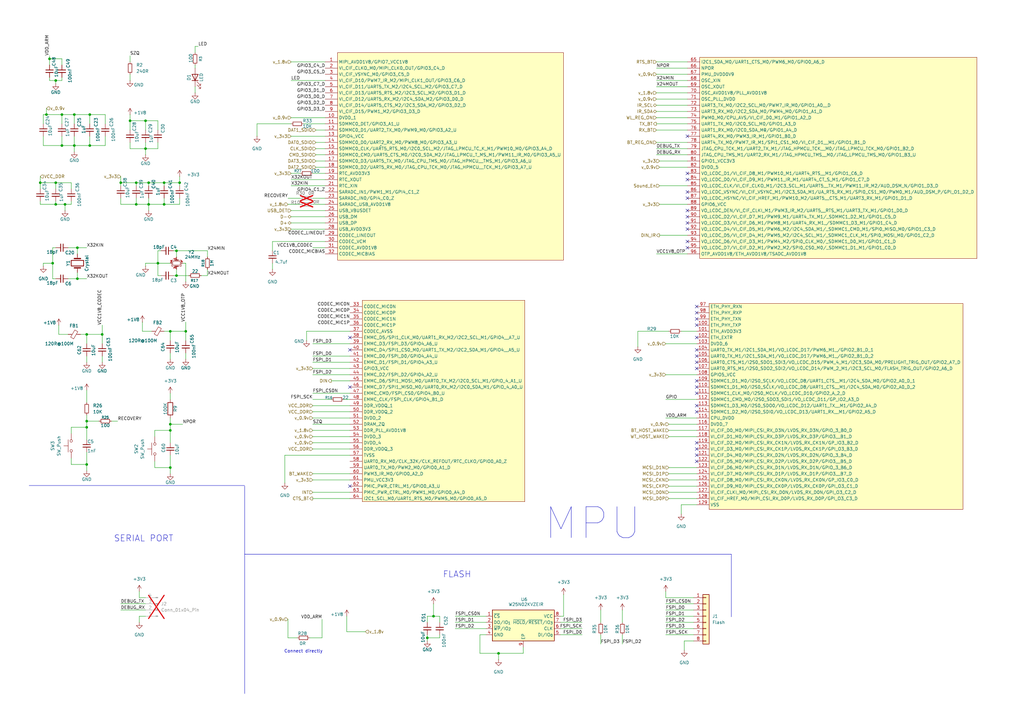
<source format=kicad_sch>
(kicad_sch (version 20250114) (generator "eeschema") (generator_version "9.0")
  (paper "A3")
  (lib_symbols
    (symbol "Connector:Conn_01x04_Pin" (pin_names (offset 1.016) (hide yes))
      (property "Reference" "J" (at 0 5.08 0))
      (property "Value" "Conn_01x04_Pin" (at 0 -7.62 0))
      (symbol "Conn_01x04_Pin_1_1"
        (pin passive line (at 5.08 2.54 180) (length 3.81) (name "Pin_1") (number "1"))
        (pin passive line (at 5.08 0 180) (length 3.81) (name "Pin_2") (number "2"))
        (pin passive line (at 5.08 -2.54 180) (length 3.81) (name "Pin_3") (number "3"))
        (pin passive line (at 5.08 -5.08 180) (length 3.81) (name "Pin_4") (number "4"))
      )
    )
    (symbol "Connector_Generic:Conn_01x08" (pin_names (offset 1.016) (hide yes))
      (property "Reference" "J" (at 0 10.16 0))
      (property "Value" "Conn_01x08" (at 0 -12.7 0))
      (symbol "Conn_01x08_1_1"
        (pin passive line (at -5.08 7.62 0) (length 3.81) (name "Pin_1") (number "1"))
        (pin passive line (at -5.08 5.08 0) (length 3.81) (name "Pin_2") (number "2"))
        (pin passive line (at -5.08 2.54 0) (length 3.81) (name "Pin_3") (number "3"))
        (pin passive line (at -5.08 0 0) (length 3.81) (name "Pin_4") (number "4"))
        (pin passive line (at -5.08 -2.54 0) (length 3.81) (name "Pin_5") (number "5"))
        (pin passive line (at -5.08 -5.08 0) (length 3.81) (name "Pin_6") (number "6"))
        (pin passive line (at -5.08 -7.62 0) (length 3.81) (name "Pin_7") (number "7"))
        (pin passive line (at -5.08 -10.16 0) (length 3.81) (name "Pin_8") (number "8"))
      )
    )
    (symbol "Device:C_Small" (pin_numbers (hide yes)) (pin_names (offset 0.254) (hide yes))
      (property "Reference" "C" (at 0.254 1.778 0))
      (property "Value" "C_Small" (at 0.254 -2.032 0))
      (symbol "C_Small_1_1"
        (pin passive line (at 0 2.54 270) (length 2.032) (name "~") (number "1"))
        (pin passive line (at 0 -2.54 90) (length 2.032) (name "~") (number "2"))
      )
    )
    (symbol "Device:Crystal" (pin_numbers (hide yes)) (pin_names (offset 1.016) (hide yes))
      (property "Reference" "Y" (at 0 3.81 0))
      (property "Value" "Crystal" (at 0 -3.81 0))
      (symbol "Crystal_1_1"
        (pin passive line (at -3.81 0 0) (length 1.27) (name "1") (number "1"))
        (pin passive line (at 3.81 0 180) (length 1.27) (name "2") (number "2"))
      )
    )
    (symbol "Device:Crystal_GND24_Small" (pin_names (offset 1.016) (hide yes))
      (property "Reference" "Y" (at 1.27 4.445 0))
      (property "Value" "Crystal_GND24_Small" (at 1.27 2.54 0))
      (symbol "Crystal_GND24_Small_1_1"
        (pin passive line (at -2.54 0 0) (length 1.27) (name "1") (number "1"))
        (pin passive line (at 0 2.54 270) (length 0.635) (name "4") (number "4"))
        (pin passive line (at 0 -2.54 90) (length 0.635) (name "2") (number "2"))
        (pin passive line (at 2.54 0 180) (length 1.27) (name "3") (number "3"))
      )
    )
    (symbol "Device:FerriteBead_Small" (pin_numbers (hide yes)) (pin_names (offset 0))
      (property "Reference" "FB" (at 1.905 1.27 0))
      (property "Value" "FerriteBead_Small" (at 1.905 -1.27 0))
      (symbol "FerriteBead_Small_1_1"
        (pin passive line (at 0 2.54 270) (length 1.27) (name "~") (number "1"))
        (pin passive line (at 0 -2.54 90) (length 1.27) (name "~") (number "2"))
      )
    )
    (symbol "Device:LED" (pin_numbers (hide yes)) (pin_names (offset 1.016) (hide yes))
      (property "Reference" "D" (at 0 2.54 0))
      (property "Value" "LED" (at 0 -2.54 0))
      (symbol "LED_1_1"
        (pin passive line (at -3.81 0 0) (length 2.54) (name "K") (number "1"))
        (pin passive line (at 3.81 0 180) (length 2.54) (name "A") (number "2"))
      )
    )
    (symbol "Device:R" (pin_numbers (hide yes)) (pin_names (offset 0))
      (property "Reference" "R" (at 2.032 0 90))
      (property "Value" "R" (at 0 0 90))
      (symbol "R_1_1"
        (pin passive line (at 0 3.81 270) (length 1.27) (name "~") (number "1"))
        (pin passive line (at 0 -3.81 90) (length 1.27) (name "~") (number "2"))
      )
    )
    (symbol "Device:R_Small" (pin_numbers (hide yes)) (pin_names (offset 0.254) (hide yes))
      (property "Reference" "R" (at 0.762 0.508 0))
      (property "Value" "R_Small" (at 0.762 -1.016 0))
      (symbol "R_Small_1_1"
        (pin passive line (at 0 2.54 270) (length 0.762) (name "~") (number "1"))
        (pin passive line (at 0 -2.54 90) (length 0.762) (name "~") (number "2"))
      )
    )
    (symbol "Memory_Flash:W25Q128JVE"
      (property "Reference" "U6" (at -1.016 14.478 0))
      (property "Value" "W25Q01JVZEIQ" (at -6.096 12.446 0))
      (symbol "W25Q128JVE_1_1"
        (pin input line (at -15.24 7.62 0) (length 2.54) (name "~{CS}") (number "1"))
        (pin bidirectional line (at -15.24 5.08 0) (length 2.54) (name "DO/IO_{1}") (number "2"))
        (pin bidirectional line (at -15.24 2.54 0) (length 2.54) (name "~{WP}/IO_{2}") (number "3"))
        (pin power_in line (at -15.24 0 0) (length 2.54) (name "GND") (number "4"))
        (pin passive line (at 0 -5.08 90) (length 2.54) (name "EP") (number "9"))
        (pin power_in line (at 15.24 7.62 180) (length 2.54) (name "VCC") (number "8"))
        (pin bidirectional line (at 15.24 5.08 180) (length 2.54) (name "~{HOLD}/~{RESET}/IO_{3}") (number "7"))
        (pin input line (at 15.24 2.54 180) (length 2.54) (name "CLK") (number "6"))
        (pin bidirectional line (at 15.24 0 180) (length 2.54) (name "DI/IO_{0}") (number "5"))
      )
    )
    (symbol "RV1106G3_1_1"
      (property "Value" "~" (at 0 0 0))
      (symbol "RV1106G3_1_1_1_0"
        (pin passive line (at -22.86 34.29 0) (length 5.08) (name "MIPI_AVDD1V8/GPIO7_VCC1V8") (number "1"))
        (pin passive line (at -22.86 31.75 0) (length 5.08) (name "VI_CIF_CLKO_M0/MIPI_CLK0_OUT/GPIO3_C4_D") (number "2"))
        (pin passive line (at -22.86 29.21 0) (length 5.08) (name "VI_CIF_VSYNC_M0/GPIO3_C5_D") (number "3"))
        (pin passive line (at -22.86 26.67 0) (length 5.08) (name "VI_CIF_D10/PWM7_IR_M2/MIPI_CLK1_OUT/GPIO3_C6_D") (number "4"))
        (pin passive line (at -22.86 24.13 0) (length 5.08) (name "VI_CIF_D11/UART5_TX_M2/I2C4_SCL_M2/GPIO3_C7_D") (number "5"))
        (pin passive line (at -22.86 21.59 0) (length 5.08) (name "VI_CIF_D13/UART5_RTS_M2/I2C3_SCL_M2/GPIO3_D1_D") (number "6"))
        (pin passive line (at -22.86 19.05 0) (length 5.08) (name "VI_CIF_D12/UART5_RX_M2/I2C4_SDA_M2/GPIO3_D0_D") (number "7"))
        (pin passive line (at -22.86 16.51 0) (length 5.08) (name "VI_CIF_D14/UART5_CTS_M2/I2C3_SDA_M2/GPIO3_D2_D") (number "8"))
        (pin passive line (at -22.86 13.97 0) (length 5.08) (name "VI_CIF_D15/PWM1_M2/GPIO3_D3_D") (number "9"))
        (pin passive line (at -22.86 11.43 0) (length 5.08) (name "DVDD_1") (number "10"))
        (pin passive line (at -22.86 8.89 0) (length 5.08) (name "SDMMC0_DET/GPIO3_A1_U") (number "11"))
        (pin passive line (at -22.86 6.35 0) (length 5.08) (name "SDMMC0_D1/UART2_TX_M0/PWM9_M0/GPIO3_A2_U") (number "12"))
        (pin passive line (at -22.86 3.81 0) (length 5.08) (name "GPIO4_VCC") (number "13"))
        (pin passive line (at -22.86 1.27 0) (length 5.08) (name "SDMMC0_D0/UART2_RX_M0/PWM8_M0/GPIO3_A3_U") (number "14"))
        (pin passive line (at -22.86 -1.27 0) (length 5.08) (name "SDMMC0_CLK/UART5_RTS_M0/I2C0_SCL_M2/JTAG_LPMCU_TC_K_M1/PWM10_M0/GPIO3_A4_D") (number "15"))
        (pin passive line (at -22.86 -3.81 0) (length 5.08) (name "SDMMC0_CMD/UART5_CTS_M0/I2C0_SDA_M2/JTAG_LPMCU_T_MS_M1/PWM11_IR_M0/GPIO3_A5_U") (number "16"))
        (pin passive line (at -22.86 -6.35 0) (length 5.08) (name "SDMMC0_D3/UART5_TX_M0/JTAG_CPU_TMS_M0/JTAG_HPMCU__TMS_M1/GPIO3_A6_U") (number "17"))
        (pin passive line (at -22.86 -8.89 0) (length 5.08) (name "SDMMC0_D2/UART5_RX_M0/JTAG_CPU_TCK_M0/JTAG_HPMCU__TCK_M1/GPIO3_A7_U") (number "18"))
        (pin passive line (at -22.86 -11.43 0) (length 5.08) (name "RTC_AVDD3V3") (number "19"))
        (pin passive line (at -22.86 -13.97 0) (length 5.08) (name "RTC_XOUT") (number "20"))
        (pin passive line (at -22.86 -16.51 0) (length 5.08) (name "RTC_XIN") (number "21"))
        (pin passive line (at -22.86 -19.05 0) (length 5.08) (name "SARADC_IN1/PWM1_M1/GPI4_C1_Z") (number "22"))
        (pin passive line (at -22.86 -21.59 0) (length 5.08) (name "SARADC_IN0/GPI4_C0_Z") (number "23"))
        (pin passive line (at -22.86 -24.13 0) (length 5.08) (name "SARADC_USB_AVDD1V8") (number "24"))
        (pin passive line (at -22.86 -26.67 0) (length 5.08) (name "USB_VBUSDET") (number "25"))
        (pin passive line (at -22.86 -29.21 0) (length 5.08) (name "USB_DM") (number "26"))
        (pin passive line (at -22.86 -31.75 0) (length 5.08) (name "USB_DP") (number "27"))
        (pin passive line (at -22.86 -34.29 0) (length 5.08) (name "USB_AVDD3V3") (number "28"))
        (pin passive line (at -22.86 -36.83 0) (length 5.08) (name "CODEC_LINEOUT") (number "29"))
        (pin passive line (at -22.86 -39.37 0) (length 5.08) (name "CODEC_VCM") (number "30"))
        (pin passive line (at -22.86 -41.91 0) (length 5.08) (name "CODEC_AVDD1V8") (number "31"))
        (pin passive line (at -22.86 -44.45 0) (length 5.08) (name "CODEC_MICBIAS") (number "32"))
      )
      (symbol "RV1106G3_1_1_2_0"
        (pin passive line (at -8.89 31.75 0) (length 5.08) (name "CODEC_MIC0N") (number "33"))
        (pin passive line (at -8.89 29.21 0) (length 5.08) (name "CODEC_MIC0P") (number "34"))
        (pin passive line (at -8.89 26.67 0) (length 5.08) (name "CODEC_MIC1N") (number "35"))
        (pin passive line (at -8.89 24.13 0) (length 5.08) (name "CODEC_MIC1P") (number "36"))
        (pin passive line (at -8.89 21.59 0) (length 5.08) (name "CODEC_AVSS") (number "37"))
        (pin passive line (at -8.89 19.05 0) (length 5.08) (name "EMMC_D5/SPI1_CLK_M0/UART1_RX_M2/I2C2_SCL_M1/GPIO4__A7_U") (number "38"))
        (pin passive line (at -8.89 16.51 0) (length 5.08) (name "EMMC_D3/FSPI_D3/GPIO4_A6_U") (number "39"))
        (pin passive line (at -8.89 13.97 0) (length 5.08) (name "EMMC_D4/SPI1_CS0_M0/UART1_TX_M2/I2C2_SDA_M1/GPIO4__A5_U") (number "40"))
        (pin passive line (at -8.89 11.43 0) (length 5.08) (name "EMMC_D0/FSPI_D0/GPIO4_A4_U") (number "41"))
        (pin passive line (at -8.89 8.89 0) (length 5.08) (name "EMMC_D1/FSPI_D1/GPIO4_A3_U") (number "42"))
        (pin passive line (at -8.89 6.35 0) (length 5.08) (name "GPIO3_VCC") (number "43"))
        (pin passive line (at -8.89 3.81 0) (length 5.08) (name "EMMC_D2/FSPI_D2/GPIO4_A2_U") (number "44"))
        (pin passive line (at -8.89 1.27 0) (length 5.08) (name "EMMC_D6/SPI1_MOSI_M0/UART0_TX_M2/I2C0_SCL_M1/GPIO_4_A1_U") (number "45"))
        (pin passive line (at -8.89 -1.27 0) (length 5.08) (name "EMMC_D7/SPI1_MISO_M0/UART0_RX_M2/I2C0_SDA_M1/GPIO_4_A0_U") (number "46"))
        (pin passive line (at -8.89 -3.81 0) (length 5.08) (name "EMMC_CMD/FSPI_CS0/GPIO4_B0_U") (number "47"))
        (pin passive line (at -8.89 -6.35 0) (length 5.08) (name "EMMC_CLK/FSPI_CLK/GPIO4_B1_D") (number "48"))
        (pin passive line (at -8.89 -8.89 0) (length 5.08) (name "DDR_VDDQ_1") (number "49"))
        (pin passive line (at -8.89 -11.43 0) (length 5.08) (name "DDR_VDDQ_2") (number "50"))
        (pin passive line (at -8.89 -13.97 0) (length 5.08) (name "DVDD_2") (number "51"))
        (pin passive line (at -8.89 -16.51 0) (length 5.08) (name "DRAM_ZQ") (number "52"))
        (pin passive line (at -8.89 -19.05 0) (length 5.08) (name "DDR_PLL_AVDD1V8") (number "53"))
        (pin passive line (at -8.89 -21.59 0) (length 5.08) (name "DVDD_3") (number "54"))
        (pin passive line (at -8.89 -24.13 0) (length 5.08) (name "DVDD_4") (number "55"))
        (pin passive line (at -8.89 -26.67 0) (length 5.08) (name "DDR_VDDQ_3") (number "56"))
        (pin passive line (at -8.89 -29.21 0) (length 5.08) (name "TVSS") (number "57"))
        (pin passive line (at -8.89 -31.75 0) (length 5.08) (name "UART0_RX_M0/CLK_32K/CLK_REFOUT/RTC_CLKO/GPIO0_A0_Z") (number "58"))
        (pin passive line (at -8.89 -34.29 0) (length 5.08) (name "UART0_TX_M0/PWM2_M0/GPIO0_A1_D") (number "59"))
        (pin passive line (at -8.89 -36.83 0) (length 5.08) (name "PWM3_IR_M0/GPIO0_A2_D") (number "60"))
        (pin passive line (at -8.89 -39.37 0) (length 5.08) (name "PMU_VCC3V3") (number "61"))
        (pin passive line (at -8.89 -41.91 0) (length 5.08) (name "PMIC_PWR_CTRL_M1/GPIO0_A3_U") (number "62"))
        (pin passive line (at -8.89 -44.45 0) (length 5.08) (name "PMIC_PWR_CTRL_M0/PWM1_M0/GPIO0_A4_D") (number "63"))
        (pin passive line (at -8.89 -46.99 0) (length 5.08) (name "I2C1_SCL_M0/UART1_RTS_M0/PWM5_M0/GPIO0_A5_D") (number "64"))
      )
      (symbol "RV1106G3_1_1_3_0"
        (pin passive line (at -31.75 27.94 0) (length 5.08) (name "I2C1_SDA_M0/UART1_CTS_M0/PWM6_M0/GPIO0_A6_D") (number "65"))
        (pin passive line (at -31.75 25.4 0) (length 5.08) (name "NPOR") (number "66"))
        (pin passive line (at -31.75 22.86 0) (length 5.08) (name "PMU_DVDD0V9") (number "67"))
        (pin passive line (at -31.75 20.32 0) (length 5.08) (name "OSC_XIN") (number "68"))
        (pin passive line (at -31.75 17.78 0) (length 5.08) (name "OSC_XOUT") (number "69"))
        (pin passive line (at -31.75 15.24 0) (length 5.08) (name "OSC_AVDD1V8/PLL_AVDD1V8") (number "70"))
        (pin passive line (at -31.75 12.7 0) (length 5.08) (name "OSC_PLL_DVDD") (number "71"))
        (pin passive line (at -31.75 10.16 0) (length 5.08) (name "UART3_TX_M0/I2C2_SCL_M0/PWM7_IR_M0/GPIO1_A0__D") (number "72"))
        (pin passive line (at -31.75 7.62 0) (length 5.08) (name "UART3_RX_M0/I2C2_SDA_M0/PWM4_M0/GPIO1_A1_D") (number "73"))
        (pin passive line (at -31.75 5.08 0) (length 5.08) (name "PWM0_M0/CPU_AVS/VI_CIF_D0_M1/GPIO1_A2_D") (number "74"))
        (pin passive line (at -31.75 2.54 0) (length 5.08) (name "UART1_TX_M0/I2C0_SCL_M0/GPIO1_A3_D") (number "75"))
        (pin passive line (at -31.75 0 0) (length 5.08) (name "UART1_RX_M0/I2C0_SDA_M0/GPIO1_A4_D") (number "76"))
        (pin passive line (at -31.75 -2.54 0) (length 5.08) (name "UART4_RX_M0/PWM3_IR_M1/GPIO1_B0_D") (number "77"))
        (pin passive line (at -31.75 -5.08 0) (length 5.08) (name "UART4_TX_M0/PWM7_IR_M1/SPI1_CS1_M0/VI_CIF_D1__M1/GPIO1_B1_D") (number "78"))
        (pin passive line (at -31.75 -7.62 0) (length 5.08) (name "JTAG_CPU_TCK_M1/UART2_TX_M1/JTAG_HPMCU_TCK__M0/JTAG_LPMCU_TCK_M0/GPIO1_B2_D") (number "79"))
        (pin passive line (at -31.75 -10.16 0) (length 5.08) (name "JTAG_CPU_TMS_M1/UART2_RX_M1/JTAG_HPMCU_TMS__M0/JTAG_LPMCU_TMS_M0/GPIO1_B3_U") (number "80"))
        (pin passive line (at -31.75 -12.7 0) (length 5.08) (name "GPIO1_VCC3V3") (number "81"))
        (pin passive line (at -31.75 -15.24 0) (length 5.08) (name "DVDD_5") (number "82"))
        (pin passive line (at -31.75 -17.78 0) (length 5.08) (name "VO_LCDC_D1/VI_CIF_D8_M1/PWM10_M1/UART4_RTS__M1/GPIO1_C6_D") (number "83"))
        (pin passive line (at -31.75 -20.32 0) (length 5.08) (name "VO_LCDC_D0/VI_CIF_D9_M1/PWM11_IR_M1/UART4_CT_S_M1/GPIO1_C7_D") (number "84"))
        (pin passive line (at -31.75 -22.86 0) (length 5.08) (name "VO_LCDC_CLK/VI_CIF_CLKO_M1/I2C3_SCL_M1/UART5__TX_M1/PWM11_IR_M2/AUD_DSM_N/GPIO1_D3_D") (number "85"))
        (pin passive line (at -31.75 -25.4 0) (length 5.08) (name "VO_LCDC_VSYNC/VI_CIF_VSYNC_M1/I2C3_SDA_M1/UA_RT5_RX_M1/SPI0_CS1_M0/PWM0_M1/AUD_DSM_P/GPI_O1_D2_D") (number "86"))
        (pin passive line (at -31.75 -27.94 0) (length 5.08) (name "VO_LCDC_HSYNC/VI_CIF_HREF_M1/PWM10_M2/UART5__CTS_M1/UART3_RX_M1/GPIO1_D1_D") (number "87"))
        (pin passive line (at -31.75 -30.48 0) (length 5.08) (name "GPIO6_VCC") (number "88"))
        (pin passive line (at -31.75 -33.02 0) (length 5.08) (name "VO_LCDC_DEN/VI_CIF_CLKI_M1/PWM3_IR_M2/UART5__RTS_M1/UART3_TX_M1/GPIO1_D0_D") (number "89"))
        (pin passive line (at -31.75 -35.56 0) (length 5.08) (name "VO_LCDC_D2/VI_CIF_D7_M1/PWM9_M1/UART4_TX_M1/_SDMMC1_D2_M1/GPIO1_C5_D") (number "90"))
        (pin passive line (at -31.75 -38.1 0) (length 5.08) (name "VO_LCDC_D3/VI_CIF_D6_M1/PWM8_M1/UART4_RX_M1_/SDMMC1_D3_M1/GPIO1_C4_D") (number "91"))
        (pin passive line (at -31.75 -40.64 0) (length 5.08) (name "VO_LCDC_D4/VI_CIF_D5_M1/PWM6_M2/I2C4_SDA_M1/_SDMMC1_CMD_M1/SPI0_MISO_M0/GPIO1_C3_D") (number "92"))
        (pin passive line (at -31.75 -43.18 0) (length 5.08) (name "VO_LCDC_D5/VI_CIF_D4_M1/PWM5_M2/I2C4_SCL_M1/_SDMMC1_CLK_M1/SPI0_MOSI_M0/GPIO1_C2_D") (number "93"))
        (pin passive line (at -31.75 -45.72 0) (length 5.08) (name "VO_LCDC_D6/VI_CIF_D3_M1/PWM4_M2/SPI0_CLK_M0/_SDMMC1_D0_M1/GPIO1_C1_D") (number "94"))
        (pin passive line (at -31.75 -48.26 0) (length 5.08) (name "VO_LCDC_D7/VI_CIF_D2_M1/PWM2_M2/SPI0_CS0_M0/_SDMMC1_D1_M1/GPIO1_C0_D") (number "95"))
        (pin passive line (at -31.75 -50.8 0) (length 5.08) (name "OTP_AVDD1V8/ETH_AVDD1V8/TSADC_AVDD1V8") (number "96"))
      )
      (symbol "RV1106G3_1_1_4_0"
        (pin passive line (at -29.21 31.75 0) (length 5.08) (name "ETH_PHY_RXN") (number "97"))
        (pin passive line (at -29.21 29.21 0) (length 5.08) (name "ETH_PHY_RXP") (number "98"))
        (pin passive line (at -29.21 26.67 0) (length 5.08) (name "ETH_PHY_TXN") (number "99"))
        (pin passive line (at -29.21 24.13 0) (length 5.08) (name "ETH_PHY_TXP") (number "100"))
        (pin passive line (at -29.21 21.59 0) (length 5.08) (name "ETH_AVDD3V3") (number "101"))
        (pin passive line (at -29.21 19.05 0) (length 5.08) (name "ETH_EXTR") (number "102"))
        (pin passive line (at -29.21 16.51 0) (length 5.08) (name "DVDD_6") (number "103"))
        (pin passive line (at -29.21 13.97 0) (length 5.08) (name "UART0_TX_M1/I2C1_SDA_M1/VO_LCDC_D17/PWM6_M1_/GPIO2_B1_D_1") (number "104"))
        (pin passive line (at -29.21 11.43 0) (length 5.08) (name "UART0_TX_M1/I2C1_SDA_M1/VO_LCDC_D17/PWM6_M1_/GPIO2_B1_D_2") (number "105"))
        (pin passive line (at -29.21 8.89 0) (length 5.08) (name "UART0_CTS_M1/I2S0_SDO1_SDI3/VO_LCDC_D15/PWM_4_M1/I2C3_SDA_M0/PRELIGHT_TRIG_OUT/GPIO2_A7_D") (number "106"))
        (pin passive line (at -29.21 6.35 0) (length 5.08) (name "UART0_RTS_M1/I2S0_SDO2_SDI2/VO_LCDC_D14/PWM_2_M1/I2C3_SCL_M0/FLASH_TRIG_OUT/GPIO2_A6_D") (number "107"))
        (pin passive line (at -29.21 3.81 0) (length 5.08) (name "GPIO5_VCC") (number "108"))
        (pin passive line (at -29.21 1.27 0) (length 5.08) (name "SDMMC1_D1_M0/I2S0_SCLK/VO_LCDC_D8/UART1_CTS__M1/I2C4_SDA_M0/GPIO2_A0_D_1") (number "109"))
        (pin passive line (at -29.21 -1.27 0) (length 5.08) (name "SDMMC1_D1_M0/I2S0_SCLK/VO_LCDC_D8/UART1_CTS__M1/I2C4_SDA_M0/GPIO2_A0_D_2") (number "110"))
        (pin passive line (at -29.21 -3.81 0) (length 5.08) (name "SDMMC1_CLK_M0/I2S0_MCLK/VO_LCDC_D10/GPIO2_A_2_D") (number "111"))
        (pin passive line (at -29.21 -6.35 0) (length 5.08) (name "SDMMC1_CMD_M0/I2S0_SDO3_SDI1/VO_LCDC_D11/GP_IO2_A3_D") (number "112"))
        (pin passive line (at -29.21 -8.89 0) (length 5.08) (name "SDMMC1_D3_M0/I2S0_SDO0/VO_LCDC_D12/UART1_TX__M1/GPIO2_A4_D") (number "113"))
        (pin passive line (at -29.21 -11.43 0) (length 5.08) (name "SDMMC1_D2_M0/I2S0_SDI0/VO_LCDC_D13/UART1_RX__M1/GPIO2_A5_D") (number "114"))
        (pin passive line (at -29.21 -13.97 0) (length 5.08) (name "CPU_DVDD") (number "115"))
        (pin passive line (at -29.21 -16.51 0) (length 5.08) (name "DVDD_7") (number "116"))
        (pin passive line (at -29.21 -19.05 0) (length 5.08) (name "VI_CIF_D0_M0/MIPI_CSI_RX_D3N/LVDS_RX_D3N/GPIO_3_B0_D") (number "117"))
        (pin passive line (at -29.21 -21.59 0) (length 5.08) (name "VI_CIF_D1_M0/MIPI_CSI_RX_D3P/LVDS_RX_D3P/GPIO3__B1_D") (number "118"))
        (pin passive line (at -29.21 -24.13 0) (length 5.08) (name "VI_CIF_D2_M0/MIPI_CSI_RX_CK1N/LVDS_RX_CK1N/GP_IO3_B2_D") (number "119"))
        (pin passive line (at -29.21 -26.67 0) (length 5.08) (name "VI_CIF_D3_M0/MIPI_CSI_RX_CK1P/LVDS_RX_CK1P/GPI_O3_B3_D") (number "120"))
        (pin passive line (at -29.21 -29.21 0) (length 5.08) (name "VI_CIF_D4_M0/MIPI_CSI_RX_D2N/LVDS_RX_D2N/GPIO_3_B4_D") (number "121"))
        (pin passive line (at -29.21 -31.75 0) (length 5.08) (name "VI_CIF_D5_M0/MIPI_CSI_RX_D2P/LVDS_RX_D2P/GPIO3__B5_D") (number "122"))
        (pin passive line (at -29.21 -34.29 0) (length 5.08) (name "VI_CIF_D6_M0/MIPI_CSI_RX_D1N/LVDS_RX_D1N/GPIO_3_B6_D") (number "123"))
        (pin passive line (at -29.21 -36.83 0) (length 5.08) (name "VI_CIF_D7_M0/MIPI_CSI_RX_D1P/LVDS_RX_D1P/GPIO3__B7_D") (number "124"))
        (pin passive line (at -29.21 -39.37 0) (length 5.08) (name "VI_CIF_D8_M0/MIPI_CSI_RX_CK0N/LVDS_RX_CK0N/GP_IO3_C0_D") (number "125"))
        (pin passive line (at -29.21 -41.91 0) (length 5.08) (name "VI_CIF_D9_M0/MIPI_CSI_RX_CK0P/LVDS_RX_CK0P/GPI_O3_C1_D") (number "126"))
        (pin passive line (at -29.21 -44.45 0) (length 5.08) (name "VI_CIF_CLKI_M0/MIPI_CSI_RX_D0N/LVDS_RX_D0N/GPI_O3_C2_D") (number "127"))
        (pin passive line (at -29.21 -46.99 0) (length 5.08) (name "VI_CIF_HREF_M0/MIPI_CSI_RX_D0P/LVDS_RX_D0P/GPI_O3_C3_D") (number "128"))
        (pin passive line (at -29.21 -49.53 0) (length 5.08) (name "VSS") (number "129"))
      )
    )
    (symbol "RV1106G3_1_2"
      (property "Value" "~" (at 0 0 0))
      (symbol "RV1106G3_1_2_1_0"
        (pin passive line (at -22.86 34.29 0) (length 5.08) (name "MIPI_AVDD1V8/GPIO7_VCC1V8") (number "1"))
        (pin passive line (at -22.86 31.75 0) (length 5.08) (name "VI_CIF_CLKO_M0/MIPI_CLK0_OUT/GPIO3_C4_D") (number "2"))
        (pin passive line (at -22.86 29.21 0) (length 5.08) (name "VI_CIF_VSYNC_M0/GPIO3_C5_D") (number "3"))
        (pin passive line (at -22.86 26.67 0) (length 5.08) (name "VI_CIF_D10/PWM7_IR_M2/MIPI_CLK1_OUT/GPIO3_C6_D") (number "4"))
        (pin passive line (at -22.86 24.13 0) (length 5.08) (name "VI_CIF_D11/UART5_TX_M2/I2C4_SCL_M2/GPIO3_C7_D") (number "5"))
        (pin passive line (at -22.86 21.59 0) (length 5.08) (name "VI_CIF_D13/UART5_RTS_M2/I2C3_SCL_M2/GPIO3_D1_D") (number "6"))
        (pin passive line (at -22.86 19.05 0) (length 5.08) (name "VI_CIF_D12/UART5_RX_M2/I2C4_SDA_M2/GPIO3_D0_D") (number "7"))
        (pin passive line (at -22.86 16.51 0) (length 5.08) (name "VI_CIF_D14/UART5_CTS_M2/I2C3_SDA_M2/GPIO3_D2_D") (number "8"))
        (pin passive line (at -22.86 13.97 0) (length 5.08) (name "VI_CIF_D15/PWM1_M2/GPIO3_D3_D") (number "9"))
        (pin passive line (at -22.86 11.43 0) (length 5.08) (name "DVDD_1") (number "10"))
        (pin passive line (at -22.86 8.89 0) (length 5.08) (name "SDMMC0_DET/GPIO3_A1_U") (number "11"))
        (pin passive line (at -22.86 6.35 0) (length 5.08) (name "SDMMC0_D1/UART2_TX_M0/PWM9_M0/GPIO3_A2_U") (number "12"))
        (pin passive line (at -22.86 3.81 0) (length 5.08) (name "GPIO4_VCC") (number "13"))
        (pin passive line (at -22.86 1.27 0) (length 5.08) (name "SDMMC0_D0/UART2_RX_M0/PWM8_M0/GPIO3_A3_U") (number "14"))
        (pin passive line (at -22.86 -1.27 0) (length 5.08) (name "SDMMC0_CLK/UART5_RTS_M0/I2C0_SCL_M2/JTAG_LPMCU_TC_K_M1/PWM10_M0/GPIO3_A4_D") (number "15"))
        (pin passive line (at -22.86 -3.81 0) (length 5.08) (name "SDMMC0_CMD/UART5_CTS_M0/I2C0_SDA_M2/JTAG_LPMCU_T_MS_M1/PWM11_IR_M0/GPIO3_A5_U") (number "16"))
        (pin passive line (at -22.86 -6.35 0) (length 5.08) (name "SDMMC0_D3/UART5_TX_M0/JTAG_CPU_TMS_M0/JTAG_HPMCU__TMS_M1/GPIO3_A6_U") (number "17"))
        (pin passive line (at -22.86 -8.89 0) (length 5.08) (name "SDMMC0_D2/UART5_RX_M0/JTAG_CPU_TCK_M0/JTAG_HPMCU__TCK_M1/GPIO3_A7_U") (number "18"))
        (pin passive line (at -22.86 -11.43 0) (length 5.08) (name "RTC_AVDD3V3") (number "19"))
        (pin passive line (at -22.86 -13.97 0) (length 5.08) (name "RTC_XOUT") (number "20"))
        (pin passive line (at -22.86 -16.51 0) (length 5.08) (name "RTC_XIN") (number "21"))
        (pin passive line (at -22.86 -19.05 0) (length 5.08) (name "SARADC_IN1/PWM1_M1/GPI4_C1_Z") (number "22"))
        (pin passive line (at -22.86 -21.59 0) (length 5.08) (name "SARADC_IN0/GPI4_C0_Z") (number "23"))
        (pin passive line (at -22.86 -24.13 0) (length 5.08) (name "SARADC_USB_AVDD1V8") (number "24"))
        (pin passive line (at -22.86 -26.67 0) (length 5.08) (name "USB_VBUSDET") (number "25"))
        (pin passive line (at -22.86 -29.21 0) (length 5.08) (name "USB_DM") (number "26"))
        (pin passive line (at -22.86 -31.75 0) (length 5.08) (name "USB_DP") (number "27"))
        (pin passive line (at -22.86 -34.29 0) (length 5.08) (name "USB_AVDD3V3") (number "28"))
        (pin passive line (at -22.86 -36.83 0) (length 5.08) (name "CODEC_LINEOUT") (number "29"))
        (pin passive line (at -22.86 -39.37 0) (length 5.08) (name "CODEC_VCM") (number "30"))
        (pin passive line (at -22.86 -41.91 0) (length 5.08) (name "CODEC_AVDD1V8") (number "31"))
        (pin passive line (at -22.86 -44.45 0) (length 5.08) (name "CODEC_MICBIAS") (number "32"))
      )
      (symbol "RV1106G3_1_2_2_0"
        (pin passive line (at -8.89 31.75 0) (length 5.08) (name "CODEC_MIC0N") (number "33"))
        (pin passive line (at -8.89 29.21 0) (length 5.08) (name "CODEC_MIC0P") (number "34"))
        (pin passive line (at -8.89 26.67 0) (length 5.08) (name "CODEC_MIC1N") (number "35"))
        (pin passive line (at -8.89 24.13 0) (length 5.08) (name "CODEC_MIC1P") (number "36"))
        (pin passive line (at -8.89 21.59 0) (length 5.08) (name "CODEC_AVSS") (number "37"))
        (pin passive line (at -8.89 19.05 0) (length 5.08) (name "EMMC_D5/SPI1_CLK_M0/UART1_RX_M2/I2C2_SCL_M1/GPIO4__A7_U") (number "38"))
        (pin passive line (at -8.89 16.51 0) (length 5.08) (name "EMMC_D3/FSPI_D3/GPIO4_A6_U") (number "39"))
        (pin passive line (at -8.89 13.97 0) (length 5.08) (name "EMMC_D4/SPI1_CS0_M0/UART1_TX_M2/I2C2_SDA_M1/GPIO4__A5_U") (number "40"))
        (pin passive line (at -8.89 11.43 0) (length 5.08) (name "EMMC_D0/FSPI_D0/GPIO4_A4_U") (number "41"))
        (pin passive line (at -8.89 8.89 0) (length 5.08) (name "EMMC_D1/FSPI_D1/GPIO4_A3_U") (number "42"))
        (pin passive line (at -8.89 6.35 0) (length 5.08) (name "GPIO3_VCC") (number "43"))
        (pin passive line (at -8.89 3.81 0) (length 5.08) (name "EMMC_D2/FSPI_D2/GPIO4_A2_U") (number "44"))
        (pin passive line (at -8.89 1.27 0) (length 5.08) (name "EMMC_D6/SPI1_MOSI_M0/UART0_TX_M2/I2C0_SCL_M1/GPIO_4_A1_U") (number "45"))
        (pin passive line (at -8.89 -1.27 0) (length 5.08) (name "EMMC_D7/SPI1_MISO_M0/UART0_RX_M2/I2C0_SDA_M1/GPIO_4_A0_U") (number "46"))
        (pin passive line (at -8.89 -3.81 0) (length 5.08) (name "EMMC_CMD/FSPI_CS0/GPIO4_B0_U") (number "47"))
        (pin passive line (at -8.89 -6.35 0) (length 5.08) (name "EMMC_CLK/FSPI_CLK/GPIO4_B1_D") (number "48"))
        (pin passive line (at -8.89 -8.89 0) (length 5.08) (name "DDR_VDDQ_1") (number "49"))
        (pin passive line (at -8.89 -11.43 0) (length 5.08) (name "DDR_VDDQ_2") (number "50"))
        (pin passive line (at -8.89 -13.97 0) (length 5.08) (name "DVDD_2") (number "51"))
        (pin passive line (at -8.89 -16.51 0) (length 5.08) (name "DRAM_ZQ") (number "52"))
        (pin passive line (at -8.89 -19.05 0) (length 5.08) (name "DDR_PLL_AVDD1V8") (number "53"))
        (pin passive line (at -8.89 -21.59 0) (length 5.08) (name "DVDD_3") (number "54"))
        (pin passive line (at -8.89 -24.13 0) (length 5.08) (name "DVDD_4") (number "55"))
        (pin passive line (at -8.89 -26.67 0) (length 5.08) (name "DDR_VDDQ_3") (number "56"))
        (pin passive line (at -8.89 -29.21 0) (length 5.08) (name "TVSS") (number "57"))
        (pin passive line (at -8.89 -31.75 0) (length 5.08) (name "UART0_RX_M0/CLK_32K/CLK_REFOUT/RTC_CLKO/GPIO0_A0_Z") (number "58"))
        (pin passive line (at -8.89 -34.29 0) (length 5.08) (name "UART0_TX_M0/PWM2_M0/GPIO0_A1_D") (number "59"))
        (pin passive line (at -8.89 -36.83 0) (length 5.08) (name "PWM3_IR_M0/GPIO0_A2_D") (number "60"))
        (pin passive line (at -8.89 -39.37 0) (length 5.08) (name "PMU_VCC3V3") (number "61"))
        (pin passive line (at -8.89 -41.91 0) (length 5.08) (name "PMIC_PWR_CTRL_M1/GPIO0_A3_U") (number "62"))
        (pin passive line (at -8.89 -44.45 0) (length 5.08) (name "PMIC_PWR_CTRL_M0/PWM1_M0/GPIO0_A4_D") (number "63"))
        (pin passive line (at -8.89 -46.99 0) (length 5.08) (name "I2C1_SCL_M0/UART1_RTS_M0/PWM5_M0/GPIO0_A5_D") (number "64"))
      )
      (symbol "RV1106G3_1_2_3_0"
        (pin passive line (at -31.75 27.94 0) (length 5.08) (name "I2C1_SDA_M0/UART1_CTS_M0/PWM6_M0/GPIO0_A6_D") (number "65"))
        (pin passive line (at -31.75 25.4 0) (length 5.08) (name "NPOR") (number "66"))
        (pin passive line (at -31.75 22.86 0) (length 5.08) (name "PMU_DVDD0V9") (number "67"))
        (pin passive line (at -31.75 20.32 0) (length 5.08) (name "OSC_XIN") (number "68"))
        (pin passive line (at -31.75 17.78 0) (length 5.08) (name "OSC_XOUT") (number "69"))
        (pin passive line (at -31.75 15.24 0) (length 5.08) (name "OSC_AVDD1V8/PLL_AVDD1V8") (number "70"))
        (pin passive line (at -31.75 12.7 0) (length 5.08) (name "OSC_PLL_DVDD") (number "71"))
        (pin passive line (at -31.75 10.16 0) (length 5.08) (name "UART3_TX_M0/I2C2_SCL_M0/PWM7_IR_M0/GPIO1_A0__D") (number "72"))
        (pin passive line (at -31.75 7.62 0) (length 5.08) (name "UART3_RX_M0/I2C2_SDA_M0/PWM4_M0/GPIO1_A1_D") (number "73"))
        (pin passive line (at -31.75 5.08 0) (length 5.08) (name "PWM0_M0/CPU_AVS/VI_CIF_D0_M1/GPIO1_A2_D") (number "74"))
        (pin passive line (at -31.75 2.54 0) (length 5.08) (name "UART1_TX_M0/I2C0_SCL_M0/GPIO1_A3_D") (number "75"))
        (pin passive line (at -31.75 0 0) (length 5.08) (name "UART1_RX_M0/I2C0_SDA_M0/GPIO1_A4_D") (number "76"))
        (pin passive line (at -31.75 -2.54 0) (length 5.08) (name "UART4_RX_M0/PWM3_IR_M1/GPIO1_B0_D") (number "77"))
        (pin passive line (at -31.75 -5.08 0) (length 5.08) (name "UART4_TX_M0/PWM7_IR_M1/SPI1_CS1_M0/VI_CIF_D1__M1/GPIO1_B1_D") (number "78"))
        (pin passive line (at -31.75 -7.62 0) (length 5.08) (name "JTAG_CPU_TCK_M1/UART2_TX_M1/JTAG_HPMCU_TCK__M0/JTAG_LPMCU_TCK_M0/GPIO1_B2_D") (number "79"))
        (pin passive line (at -31.75 -10.16 0) (length 5.08) (name "JTAG_CPU_TMS_M1/UART2_RX_M1/JTAG_HPMCU_TMS__M0/JTAG_LPMCU_TMS_M0/GPIO1_B3_U") (number "80"))
        (pin passive line (at -31.75 -12.7 0) (length 5.08) (name "GPIO1_VCC3V3") (number "81"))
        (pin passive line (at -31.75 -15.24 0) (length 5.08) (name "DVDD_5") (number "82"))
        (pin passive line (at -31.75 -17.78 0) (length 5.08) (name "VO_LCDC_D1/VI_CIF_D8_M1/PWM10_M1/UART4_RTS__M1/GPIO1_C6_D") (number "83"))
        (pin passive line (at -31.75 -20.32 0) (length 5.08) (name "VO_LCDC_D0/VI_CIF_D9_M1/PWM11_IR_M1/UART4_CT_S_M1/GPIO1_C7_D") (number "84"))
        (pin passive line (at -31.75 -22.86 0) (length 5.08) (name "VO_LCDC_CLK/VI_CIF_CLKO_M1/I2C3_SCL_M1/UART5__TX_M1/PWM11_IR_M2/AUD_DSM_N/GPIO1_D3_D") (number "85"))
        (pin passive line (at -31.75 -25.4 0) (length 5.08) (name "VO_LCDC_VSYNC/VI_CIF_VSYNC_M1/I2C3_SDA_M1/UA_RT5_RX_M1/SPI0_CS1_M0/PWM0_M1/AUD_DSM_P/GPI_O1_D2_D") (number "86"))
        (pin passive line (at -31.75 -27.94 0) (length 5.08) (name "VO_LCDC_HSYNC/VI_CIF_HREF_M1/PWM10_M2/UART5__CTS_M1/UART3_RX_M1/GPIO1_D1_D") (number "87"))
        (pin passive line (at -31.75 -30.48 0) (length 5.08) (name "GPIO6_VCC") (number "88"))
        (pin passive line (at -31.75 -33.02 0) (length 5.08) (name "VO_LCDC_DEN/VI_CIF_CLKI_M1/PWM3_IR_M2/UART5__RTS_M1/UART3_TX_M1/GPIO1_D0_D") (number "89"))
        (pin passive line (at -31.75 -35.56 0) (length 5.08) (name "VO_LCDC_D2/VI_CIF_D7_M1/PWM9_M1/UART4_TX_M1/_SDMMC1_D2_M1/GPIO1_C5_D") (number "90"))
        (pin passive line (at -31.75 -38.1 0) (length 5.08) (name "VO_LCDC_D3/VI_CIF_D6_M1/PWM8_M1/UART4_RX_M1_/SDMMC1_D3_M1/GPIO1_C4_D") (number "91"))
        (pin passive line (at -31.75 -40.64 0) (length 5.08) (name "VO_LCDC_D4/VI_CIF_D5_M1/PWM6_M2/I2C4_SDA_M1/_SDMMC1_CMD_M1/SPI0_MISO_M0/GPIO1_C3_D") (number "92"))
        (pin passive line (at -31.75 -43.18 0) (length 5.08) (name "VO_LCDC_D5/VI_CIF_D4_M1/PWM5_M2/I2C4_SCL_M1/_SDMMC1_CLK_M1/SPI0_MOSI_M0/GPIO1_C2_D") (number "93"))
        (pin passive line (at -31.75 -45.72 0) (length 5.08) (name "VO_LCDC_D6/VI_CIF_D3_M1/PWM4_M2/SPI0_CLK_M0/_SDMMC1_D0_M1/GPIO1_C1_D") (number "94"))
        (pin passive line (at -31.75 -48.26 0) (length 5.08) (name "VO_LCDC_D7/VI_CIF_D2_M1/PWM2_M2/SPI0_CS0_M0/_SDMMC1_D1_M1/GPIO1_C0_D") (number "95"))
        (pin passive line (at -31.75 -50.8 0) (length 5.08) (name "OTP_AVDD1V8/ETH_AVDD1V8/TSADC_AVDD1V8") (number "96"))
      )
      (symbol "RV1106G3_1_2_4_0"
        (pin passive line (at -29.21 31.75 0) (length 5.08) (name "ETH_PHY_RXN") (number "97"))
        (pin passive line (at -29.21 29.21 0) (length 5.08) (name "ETH_PHY_RXP") (number "98"))
        (pin passive line (at -29.21 26.67 0) (length 5.08) (name "ETH_PHY_TXN") (number "99"))
        (pin passive line (at -29.21 24.13 0) (length 5.08) (name "ETH_PHY_TXP") (number "100"))
        (pin passive line (at -29.21 21.59 0) (length 5.08) (name "ETH_AVDD3V3") (number "101"))
        (pin passive line (at -29.21 19.05 0) (length 5.08) (name "ETH_EXTR") (number "102"))
        (pin passive line (at -29.21 16.51 0) (length 5.08) (name "DVDD_6") (number "103"))
        (pin passive line (at -29.21 13.97 0) (length 5.08) (name "UART0_TX_M1/I2C1_SDA_M1/VO_LCDC_D17/PWM6_M1_/GPIO2_B1_D_1") (number "104"))
        (pin passive line (at -29.21 11.43 0) (length 5.08) (name "UART0_TX_M1/I2C1_SDA_M1/VO_LCDC_D17/PWM6_M1_/GPIO2_B1_D_2") (number "105"))
        (pin passive line (at -29.21 8.89 0) (length 5.08) (name "UART0_CTS_M1/I2S0_SDO1_SDI3/VO_LCDC_D15/PWM_4_M1/I2C3_SDA_M0/PRELIGHT_TRIG_OUT/GPIO2_A7_D") (number "106"))
        (pin passive line (at -29.21 6.35 0) (length 5.08) (name "UART0_RTS_M1/I2S0_SDO2_SDI2/VO_LCDC_D14/PWM_2_M1/I2C3_SCL_M0/FLASH_TRIG_OUT/GPIO2_A6_D") (number "107"))
        (pin passive line (at -29.21 3.81 0) (length 5.08) (name "GPIO5_VCC") (number "108"))
        (pin passive line (at -29.21 1.27 0) (length 5.08) (name "SDMMC1_D1_M0/I2S0_SCLK/VO_LCDC_D8/UART1_CTS__M1/I2C4_SDA_M0/GPIO2_A0_D_1") (number "109"))
        (pin passive line (at -29.21 -1.27 0) (length 5.08) (name "SDMMC1_D1_M0/I2S0_SCLK/VO_LCDC_D8/UART1_CTS__M1/I2C4_SDA_M0/GPIO2_A0_D_2") (number "110"))
        (pin passive line (at -29.21 -3.81 0) (length 5.08) (name "SDMMC1_CLK_M0/I2S0_MCLK/VO_LCDC_D10/GPIO2_A_2_D") (number "111"))
        (pin passive line (at -29.21 -6.35 0) (length 5.08) (name "SDMMC1_CMD_M0/I2S0_SDO3_SDI1/VO_LCDC_D11/GP_IO2_A3_D") (number "112"))
        (pin passive line (at -29.21 -8.89 0) (length 5.08) (name "SDMMC1_D3_M0/I2S0_SDO0/VO_LCDC_D12/UART1_TX__M1/GPIO2_A4_D") (number "113"))
        (pin passive line (at -29.21 -11.43 0) (length 5.08) (name "SDMMC1_D2_M0/I2S0_SDI0/VO_LCDC_D13/UART1_RX__M1/GPIO2_A5_D") (number "114"))
        (pin passive line (at -29.21 -13.97 0) (length 5.08) (name "CPU_DVDD") (number "115"))
        (pin passive line (at -29.21 -16.51 0) (length 5.08) (name "DVDD_7") (number "116"))
        (pin passive line (at -29.21 -19.05 0) (length 5.08) (name "VI_CIF_D0_M0/MIPI_CSI_RX_D3N/LVDS_RX_D3N/GPIO_3_B0_D") (number "117"))
        (pin passive line (at -29.21 -21.59 0) (length 5.08) (name "VI_CIF_D1_M0/MIPI_CSI_RX_D3P/LVDS_RX_D3P/GPIO3__B1_D") (number "118"))
        (pin passive line (at -29.21 -24.13 0) (length 5.08) (name "VI_CIF_D2_M0/MIPI_CSI_RX_CK1N/LVDS_RX_CK1N/GP_IO3_B2_D") (number "119"))
        (pin passive line (at -29.21 -26.67 0) (length 5.08) (name "VI_CIF_D3_M0/MIPI_CSI_RX_CK1P/LVDS_RX_CK1P/GPI_O3_B3_D") (number "120"))
        (pin passive line (at -29.21 -29.21 0) (length 5.08) (name "VI_CIF_D4_M0/MIPI_CSI_RX_D2N/LVDS_RX_D2N/GPIO_3_B4_D") (number "121"))
        (pin passive line (at -29.21 -31.75 0) (length 5.08) (name "VI_CIF_D5_M0/MIPI_CSI_RX_D2P/LVDS_RX_D2P/GPIO3__B5_D") (number "122"))
        (pin passive line (at -29.21 -34.29 0) (length 5.08) (name "VI_CIF_D6_M0/MIPI_CSI_RX_D1N/LVDS_RX_D1N/GPIO_3_B6_D") (number "123"))
        (pin passive line (at -29.21 -36.83 0) (length 5.08) (name "VI_CIF_D7_M0/MIPI_CSI_RX_D1P/LVDS_RX_D1P/GPIO3__B7_D") (number "124"))
        (pin passive line (at -29.21 -39.37 0) (length 5.08) (name "VI_CIF_D8_M0/MIPI_CSI_RX_CK0N/LVDS_RX_CK0N/GP_IO3_C0_D") (number "125"))
        (pin passive line (at -29.21 -41.91 0) (length 5.08) (name "VI_CIF_D9_M0/MIPI_CSI_RX_CK0P/LVDS_RX_CK0P/GPI_O3_C1_D") (number "126"))
        (pin passive line (at -29.21 -44.45 0) (length 5.08) (name "VI_CIF_CLKI_M0/MIPI_CSI_RX_D0N/LVDS_RX_D0N/GPI_O3_C2_D") (number "127"))
        (pin passive line (at -29.21 -46.99 0) (length 5.08) (name "VI_CIF_HREF_M0/MIPI_CSI_RX_D0P/LVDS_RX_D0P/GPI_O3_C3_D") (number "128"))
        (pin passive line (at -29.21 -49.53 0) (length 5.08) (name "VSS") (number "129"))
      )
    )
    (symbol "RV1106G3_1_3"
      (property "Value" "~" (at 0 0 0))
      (symbol "RV1106G3_1_3_1_0"
        (pin passive line (at -22.86 34.29 0) (length 5.08) (name "MIPI_AVDD1V8/GPIO7_VCC1V8") (number "1"))
        (pin passive line (at -22.86 31.75 0) (length 5.08) (name "VI_CIF_CLKO_M0/MIPI_CLK0_OUT/GPIO3_C4_D") (number "2"))
        (pin passive line (at -22.86 29.21 0) (length 5.08) (name "VI_CIF_VSYNC_M0/GPIO3_C5_D") (number "3"))
        (pin passive line (at -22.86 26.67 0) (length 5.08) (name "VI_CIF_D10/PWM7_IR_M2/MIPI_CLK1_OUT/GPIO3_C6_D") (number "4"))
        (pin passive line (at -22.86 24.13 0) (length 5.08) (name "VI_CIF_D11/UART5_TX_M2/I2C4_SCL_M2/GPIO3_C7_D") (number "5"))
        (pin passive line (at -22.86 21.59 0) (length 5.08) (name "VI_CIF_D13/UART5_RTS_M2/I2C3_SCL_M2/GPIO3_D1_D") (number "6"))
        (pin passive line (at -22.86 19.05 0) (length 5.08) (name "VI_CIF_D12/UART5_RX_M2/I2C4_SDA_M2/GPIO3_D0_D") (number "7"))
        (pin passive line (at -22.86 16.51 0) (length 5.08) (name "VI_CIF_D14/UART5_CTS_M2/I2C3_SDA_M2/GPIO3_D2_D") (number "8"))
        (pin passive line (at -22.86 13.97 0) (length 5.08) (name "VI_CIF_D15/PWM1_M2/GPIO3_D3_D") (number "9"))
        (pin passive line (at -22.86 11.43 0) (length 5.08) (name "DVDD_1") (number "10"))
        (pin passive line (at -22.86 8.89 0) (length 5.08) (name "SDMMC0_DET/GPIO3_A1_U") (number "11"))
        (pin passive line (at -22.86 6.35 0) (length 5.08) (name "SDMMC0_D1/UART2_TX_M0/PWM9_M0/GPIO3_A2_U") (number "12"))
        (pin passive line (at -22.86 3.81 0) (length 5.08) (name "GPIO4_VCC") (number "13"))
        (pin passive line (at -22.86 1.27 0) (length 5.08) (name "SDMMC0_D0/UART2_RX_M0/PWM8_M0/GPIO3_A3_U") (number "14"))
        (pin passive line (at -22.86 -1.27 0) (length 5.08) (name "SDMMC0_CLK/UART5_RTS_M0/I2C0_SCL_M2/JTAG_LPMCU_TC_K_M1/PWM10_M0/GPIO3_A4_D") (number "15"))
        (pin passive line (at -22.86 -3.81 0) (length 5.08) (name "SDMMC0_CMD/UART5_CTS_M0/I2C0_SDA_M2/JTAG_LPMCU_T_MS_M1/PWM11_IR_M0/GPIO3_A5_U") (number "16"))
        (pin passive line (at -22.86 -6.35 0) (length 5.08) (name "SDMMC0_D3/UART5_TX_M0/JTAG_CPU_TMS_M0/JTAG_HPMCU__TMS_M1/GPIO3_A6_U") (number "17"))
        (pin passive line (at -22.86 -8.89 0) (length 5.08) (name "SDMMC0_D2/UART5_RX_M0/JTAG_CPU_TCK_M0/JTAG_HPMCU__TCK_M1/GPIO3_A7_U") (number "18"))
        (pin passive line (at -22.86 -11.43 0) (length 5.08) (name "RTC_AVDD3V3") (number "19"))
        (pin passive line (at -22.86 -13.97 0) (length 5.08) (name "RTC_XOUT") (number "20"))
        (pin passive line (at -22.86 -16.51 0) (length 5.08) (name "RTC_XIN") (number "21"))
        (pin passive line (at -22.86 -19.05 0) (length 5.08) (name "SARADC_IN1/PWM1_M1/GPI4_C1_Z") (number "22"))
        (pin passive line (at -22.86 -21.59 0) (length 5.08) (name "SARADC_IN0/GPI4_C0_Z") (number "23"))
        (pin passive line (at -22.86 -24.13 0) (length 5.08) (name "SARADC_USB_AVDD1V8") (number "24"))
        (pin passive line (at -22.86 -26.67 0) (length 5.08) (name "USB_VBUSDET") (number "25"))
        (pin passive line (at -22.86 -29.21 0) (length 5.08) (name "USB_DM") (number "26"))
        (pin passive line (at -22.86 -31.75 0) (length 5.08) (name "USB_DP") (number "27"))
        (pin passive line (at -22.86 -34.29 0) (length 5.08) (name "USB_AVDD3V3") (number "28"))
        (pin passive line (at -22.86 -36.83 0) (length 5.08) (name "CODEC_LINEOUT") (number "29"))
        (pin passive line (at -22.86 -39.37 0) (length 5.08) (name "CODEC_VCM") (number "30"))
        (pin passive line (at -22.86 -41.91 0) (length 5.08) (name "CODEC_AVDD1V8") (number "31"))
        (pin passive line (at -22.86 -44.45 0) (length 5.08) (name "CODEC_MICBIAS") (number "32"))
      )
      (symbol "RV1106G3_1_3_2_0"
        (pin passive line (at -8.89 31.75 0) (length 5.08) (name "CODEC_MIC0N") (number "33"))
        (pin passive line (at -8.89 29.21 0) (length 5.08) (name "CODEC_MIC0P") (number "34"))
        (pin passive line (at -8.89 26.67 0) (length 5.08) (name "CODEC_MIC1N") (number "35"))
        (pin passive line (at -8.89 24.13 0) (length 5.08) (name "CODEC_MIC1P") (number "36"))
        (pin passive line (at -8.89 21.59 0) (length 5.08) (name "CODEC_AVSS") (number "37"))
        (pin passive line (at -8.89 19.05 0) (length 5.08) (name "EMMC_D5/SPI1_CLK_M0/UART1_RX_M2/I2C2_SCL_M1/GPIO4__A7_U") (number "38"))
        (pin passive line (at -8.89 16.51 0) (length 5.08) (name "EMMC_D3/FSPI_D3/GPIO4_A6_U") (number "39"))
        (pin passive line (at -8.89 13.97 0) (length 5.08) (name "EMMC_D4/SPI1_CS0_M0/UART1_TX_M2/I2C2_SDA_M1/GPIO4__A5_U") (number "40"))
        (pin passive line (at -8.89 11.43 0) (length 5.08) (name "EMMC_D0/FSPI_D0/GPIO4_A4_U") (number "41"))
        (pin passive line (at -8.89 8.89 0) (length 5.08) (name "EMMC_D1/FSPI_D1/GPIO4_A3_U") (number "42"))
        (pin passive line (at -8.89 6.35 0) (length 5.08) (name "GPIO3_VCC") (number "43"))
        (pin passive line (at -8.89 3.81 0) (length 5.08) (name "EMMC_D2/FSPI_D2/GPIO4_A2_U") (number "44"))
        (pin passive line (at -8.89 1.27 0) (length 5.08) (name "EMMC_D6/SPI1_MOSI_M0/UART0_TX_M2/I2C0_SCL_M1/GPIO_4_A1_U") (number "45"))
        (pin passive line (at -8.89 -1.27 0) (length 5.08) (name "EMMC_D7/SPI1_MISO_M0/UART0_RX_M2/I2C0_SDA_M1/GPIO_4_A0_U") (number "46"))
        (pin passive line (at -8.89 -3.81 0) (length 5.08) (name "EMMC_CMD/FSPI_CS0/GPIO4_B0_U") (number "47"))
        (pin passive line (at -8.89 -6.35 0) (length 5.08) (name "EMMC_CLK/FSPI_CLK/GPIO4_B1_D") (number "48"))
        (pin passive line (at -8.89 -8.89 0) (length 5.08) (name "DDR_VDDQ_1") (number "49"))
        (pin passive line (at -8.89 -11.43 0) (length 5.08) (name "DDR_VDDQ_2") (number "50"))
        (pin passive line (at -8.89 -13.97 0) (length 5.08) (name "DVDD_2") (number "51"))
        (pin passive line (at -8.89 -16.51 0) (length 5.08) (name "DRAM_ZQ") (number "52"))
        (pin passive line (at -8.89 -19.05 0) (length 5.08) (name "DDR_PLL_AVDD1V8") (number "53"))
        (pin passive line (at -8.89 -21.59 0) (length 5.08) (name "DVDD_3") (number "54"))
        (pin passive line (at -8.89 -24.13 0) (length 5.08) (name "DVDD_4") (number "55"))
        (pin passive line (at -8.89 -26.67 0) (length 5.08) (name "DDR_VDDQ_3") (number "56"))
        (pin passive line (at -8.89 -29.21 0) (length 5.08) (name "TVSS") (number "57"))
        (pin passive line (at -8.89 -31.75 0) (length 5.08) (name "UART0_RX_M0/CLK_32K/CLK_REFOUT/RTC_CLKO/GPIO0_A0_Z") (number "58"))
        (pin passive line (at -8.89 -34.29 0) (length 5.08) (name "UART0_TX_M0/PWM2_M0/GPIO0_A1_D") (number "59"))
        (pin passive line (at -8.89 -36.83 0) (length 5.08) (name "PWM3_IR_M0/GPIO0_A2_D") (number "60"))
        (pin passive line (at -8.89 -39.37 0) (length 5.08) (name "PMU_VCC3V3") (number "61"))
        (pin passive line (at -8.89 -41.91 0) (length 5.08) (name "PMIC_PWR_CTRL_M1/GPIO0_A3_U") (number "62"))
        (pin passive line (at -8.89 -44.45 0) (length 5.08) (name "PMIC_PWR_CTRL_M0/PWM1_M0/GPIO0_A4_D") (number "63"))
        (pin passive line (at -8.89 -46.99 0) (length 5.08) (name "I2C1_SCL_M0/UART1_RTS_M0/PWM5_M0/GPIO0_A5_D") (number "64"))
      )
      (symbol "RV1106G3_1_3_3_0"
        (pin passive line (at -31.75 27.94 0) (length 5.08) (name "I2C1_SDA_M0/UART1_CTS_M0/PWM6_M0/GPIO0_A6_D") (number "65"))
        (pin passive line (at -31.75 25.4 0) (length 5.08) (name "NPOR") (number "66"))
        (pin passive line (at -31.75 22.86 0) (length 5.08) (name "PMU_DVDD0V9") (number "67"))
        (pin passive line (at -31.75 20.32 0) (length 5.08) (name "OSC_XIN") (number "68"))
        (pin passive line (at -31.75 17.78 0) (length 5.08) (name "OSC_XOUT") (number "69"))
        (pin passive line (at -31.75 15.24 0) (length 5.08) (name "OSC_AVDD1V8/PLL_AVDD1V8") (number "70"))
        (pin passive line (at -31.75 12.7 0) (length 5.08) (name "OSC_PLL_DVDD") (number "71"))
        (pin passive line (at -31.75 10.16 0) (length 5.08) (name "UART3_TX_M0/I2C2_SCL_M0/PWM7_IR_M0/GPIO1_A0__D") (number "72"))
        (pin passive line (at -31.75 7.62 0) (length 5.08) (name "UART3_RX_M0/I2C2_SDA_M0/PWM4_M0/GPIO1_A1_D") (number "73"))
        (pin passive line (at -31.75 5.08 0) (length 5.08) (name "PWM0_M0/CPU_AVS/VI_CIF_D0_M1/GPIO1_A2_D") (number "74"))
        (pin passive line (at -31.75 2.54 0) (length 5.08) (name "UART1_TX_M0/I2C0_SCL_M0/GPIO1_A3_D") (number "75"))
        (pin passive line (at -31.75 0 0) (length 5.08) (name "UART1_RX_M0/I2C0_SDA_M0/GPIO1_A4_D") (number "76"))
        (pin passive line (at -31.75 -2.54 0) (length 5.08) (name "UART4_RX_M0/PWM3_IR_M1/GPIO1_B0_D") (number "77"))
        (pin passive line (at -31.75 -5.08 0) (length 5.08) (name "UART4_TX_M0/PWM7_IR_M1/SPI1_CS1_M0/VI_CIF_D1__M1/GPIO1_B1_D") (number "78"))
        (pin passive line (at -31.75 -7.62 0) (length 5.08) (name "JTAG_CPU_TCK_M1/UART2_TX_M1/JTAG_HPMCU_TCK__M0/JTAG_LPMCU_TCK_M0/GPIO1_B2_D") (number "79"))
        (pin passive line (at -31.75 -10.16 0) (length 5.08) (name "JTAG_CPU_TMS_M1/UART2_RX_M1/JTAG_HPMCU_TMS__M0/JTAG_LPMCU_TMS_M0/GPIO1_B3_U") (number "80"))
        (pin passive line (at -31.75 -12.7 0) (length 5.08) (name "GPIO1_VCC3V3") (number "81"))
        (pin passive line (at -31.75 -15.24 0) (length 5.08) (name "DVDD_5") (number "82"))
        (pin passive line (at -31.75 -17.78 0) (length 5.08) (name "VO_LCDC_D1/VI_CIF_D8_M1/PWM10_M1/UART4_RTS__M1/GPIO1_C6_D") (number "83"))
        (pin passive line (at -31.75 -20.32 0) (length 5.08) (name "VO_LCDC_D0/VI_CIF_D9_M1/PWM11_IR_M1/UART4_CT_S_M1/GPIO1_C7_D") (number "84"))
        (pin passive line (at -31.75 -22.86 0) (length 5.08) (name "VO_LCDC_CLK/VI_CIF_CLKO_M1/I2C3_SCL_M1/UART5__TX_M1/PWM11_IR_M2/AUD_DSM_N/GPIO1_D3_D") (number "85"))
        (pin passive line (at -31.75 -25.4 0) (length 5.08) (name "VO_LCDC_VSYNC/VI_CIF_VSYNC_M1/I2C3_SDA_M1/UA_RT5_RX_M1/SPI0_CS1_M0/PWM0_M1/AUD_DSM_P/GPI_O1_D2_D") (number "86"))
        (pin passive line (at -31.75 -27.94 0) (length 5.08) (name "VO_LCDC_HSYNC/VI_CIF_HREF_M1/PWM10_M2/UART5__CTS_M1/UART3_RX_M1/GPIO1_D1_D") (number "87"))
        (pin passive line (at -31.75 -30.48 0) (length 5.08) (name "GPIO6_VCC") (number "88"))
        (pin passive line (at -31.75 -33.02 0) (length 5.08) (name "VO_LCDC_DEN/VI_CIF_CLKI_M1/PWM3_IR_M2/UART5__RTS_M1/UART3_TX_M1/GPIO1_D0_D") (number "89"))
        (pin passive line (at -31.75 -35.56 0) (length 5.08) (name "VO_LCDC_D2/VI_CIF_D7_M1/PWM9_M1/UART4_TX_M1/_SDMMC1_D2_M1/GPIO1_C5_D") (number "90"))
        (pin passive line (at -31.75 -38.1 0) (length 5.08) (name "VO_LCDC_D3/VI_CIF_D6_M1/PWM8_M1/UART4_RX_M1_/SDMMC1_D3_M1/GPIO1_C4_D") (number "91"))
        (pin passive line (at -31.75 -40.64 0) (length 5.08) (name "VO_LCDC_D4/VI_CIF_D5_M1/PWM6_M2/I2C4_SDA_M1/_SDMMC1_CMD_M1/SPI0_MISO_M0/GPIO1_C3_D") (number "92"))
        (pin passive line (at -31.75 -43.18 0) (length 5.08) (name "VO_LCDC_D5/VI_CIF_D4_M1/PWM5_M2/I2C4_SCL_M1/_SDMMC1_CLK_M1/SPI0_MOSI_M0/GPIO1_C2_D") (number "93"))
        (pin passive line (at -31.75 -45.72 0) (length 5.08) (name "VO_LCDC_D6/VI_CIF_D3_M1/PWM4_M2/SPI0_CLK_M0/_SDMMC1_D0_M1/GPIO1_C1_D") (number "94"))
        (pin passive line (at -31.75 -48.26 0) (length 5.08) (name "VO_LCDC_D7/VI_CIF_D2_M1/PWM2_M2/SPI0_CS0_M0/_SDMMC1_D1_M1/GPIO1_C0_D") (number "95"))
        (pin passive line (at -31.75 -50.8 0) (length 5.08) (name "OTP_AVDD1V8/ETH_AVDD1V8/TSADC_AVDD1V8") (number "96"))
      )
      (symbol "RV1106G3_1_3_4_0"
        (pin passive line (at -29.21 31.75 0) (length 5.08) (name "ETH_PHY_RXN") (number "97"))
        (pin passive line (at -29.21 29.21 0) (length 5.08) (name "ETH_PHY_RXP") (number "98"))
        (pin passive line (at -29.21 26.67 0) (length 5.08) (name "ETH_PHY_TXN") (number "99"))
        (pin passive line (at -29.21 24.13 0) (length 5.08) (name "ETH_PHY_TXP") (number "100"))
        (pin passive line (at -29.21 21.59 0) (length 5.08) (name "ETH_AVDD3V3") (number "101"))
        (pin passive line (at -29.21 19.05 0) (length 5.08) (name "ETH_EXTR") (number "102"))
        (pin passive line (at -29.21 16.51 0) (length 5.08) (name "DVDD_6") (number "103"))
        (pin passive line (at -29.21 13.97 0) (length 5.08) (name "UART0_TX_M1/I2C1_SDA_M1/VO_LCDC_D17/PWM6_M1_/GPIO2_B1_D_1") (number "104"))
        (pin passive line (at -29.21 11.43 0) (length 5.08) (name "UART0_TX_M1/I2C1_SDA_M1/VO_LCDC_D17/PWM6_M1_/GPIO2_B1_D_2") (number "105"))
        (pin passive line (at -29.21 8.89 0) (length 5.08) (name "UART0_CTS_M1/I2S0_SDO1_SDI3/VO_LCDC_D15/PWM_4_M1/I2C3_SDA_M0/PRELIGHT_TRIG_OUT/GPIO2_A7_D") (number "106"))
        (pin passive line (at -29.21 6.35 0) (length 5.08) (name "UART0_RTS_M1/I2S0_SDO2_SDI2/VO_LCDC_D14/PWM_2_M1/I2C3_SCL_M0/FLASH_TRIG_OUT/GPIO2_A6_D") (number "107"))
        (pin passive line (at -29.21 3.81 0) (length 5.08) (name "GPIO5_VCC") (number "108"))
        (pin passive line (at -29.21 1.27 0) (length 5.08) (name "SDMMC1_D1_M0/I2S0_SCLK/VO_LCDC_D8/UART1_CTS__M1/I2C4_SDA_M0/GPIO2_A0_D_1") (number "109"))
        (pin passive line (at -29.21 -1.27 0) (length 5.08) (name "SDMMC1_D1_M0/I2S0_SCLK/VO_LCDC_D8/UART1_CTS__M1/I2C4_SDA_M0/GPIO2_A0_D_2") (number "110"))
        (pin passive line (at -29.21 -3.81 0) (length 5.08) (name "SDMMC1_CLK_M0/I2S0_MCLK/VO_LCDC_D10/GPIO2_A_2_D") (number "111"))
        (pin passive line (at -29.21 -6.35 0) (length 5.08) (name "SDMMC1_CMD_M0/I2S0_SDO3_SDI1/VO_LCDC_D11/GP_IO2_A3_D") (number "112"))
        (pin passive line (at -29.21 -8.89 0) (length 5.08) (name "SDMMC1_D3_M0/I2S0_SDO0/VO_LCDC_D12/UART1_TX__M1/GPIO2_A4_D") (number "113"))
        (pin passive line (at -29.21 -11.43 0) (length 5.08) (name "SDMMC1_D2_M0/I2S0_SDI0/VO_LCDC_D13/UART1_RX__M1/GPIO2_A5_D") (number "114"))
        (pin passive line (at -29.21 -13.97 0) (length 5.08) (name "CPU_DVDD") (number "115"))
        (pin passive line (at -29.21 -16.51 0) (length 5.08) (name "DVDD_7") (number "116"))
        (pin passive line (at -29.21 -19.05 0) (length 5.08) (name "VI_CIF_D0_M0/MIPI_CSI_RX_D3N/LVDS_RX_D3N/GPIO_3_B0_D") (number "117"))
        (pin passive line (at -29.21 -21.59 0) (length 5.08) (name "VI_CIF_D1_M0/MIPI_CSI_RX_D3P/LVDS_RX_D3P/GPIO3__B1_D") (number "118"))
        (pin passive line (at -29.21 -24.13 0) (length 5.08) (name "VI_CIF_D2_M0/MIPI_CSI_RX_CK1N/LVDS_RX_CK1N/GP_IO3_B2_D") (number "119"))
        (pin passive line (at -29.21 -26.67 0) (length 5.08) (name "VI_CIF_D3_M0/MIPI_CSI_RX_CK1P/LVDS_RX_CK1P/GPI_O3_B3_D") (number "120"))
        (pin passive line (at -29.21 -29.21 0) (length 5.08) (name "VI_CIF_D4_M0/MIPI_CSI_RX_D2N/LVDS_RX_D2N/GPIO_3_B4_D") (number "121"))
        (pin passive line (at -29.21 -31.75 0) (length 5.08) (name "VI_CIF_D5_M0/MIPI_CSI_RX_D2P/LVDS_RX_D2P/GPIO3__B5_D") (number "122"))
        (pin passive line (at -29.21 -34.29 0) (length 5.08) (name "VI_CIF_D6_M0/MIPI_CSI_RX_D1N/LVDS_RX_D1N/GPIO_3_B6_D") (number "123"))
        (pin passive line (at -29.21 -36.83 0) (length 5.08) (name "VI_CIF_D7_M0/MIPI_CSI_RX_D1P/LVDS_RX_D1P/GPIO3__B7_D") (number "124"))
        (pin passive line (at -29.21 -39.37 0) (length 5.08) (name "VI_CIF_D8_M0/MIPI_CSI_RX_CK0N/LVDS_RX_CK0N/GP_IO3_C0_D") (number "125"))
        (pin passive line (at -29.21 -41.91 0) (length 5.08) (name "VI_CIF_D9_M0/MIPI_CSI_RX_CK0P/LVDS_RX_CK0P/GPI_O3_C1_D") (number "126"))
        (pin passive line (at -29.21 -44.45 0) (length 5.08) (name "VI_CIF_CLKI_M0/MIPI_CSI_RX_D0N/LVDS_RX_D0N/GPI_O3_C2_D") (number "127"))
        (pin passive line (at -29.21 -46.99 0) (length 5.08) (name "VI_CIF_HREF_M0/MIPI_CSI_RX_D0P/LVDS_RX_D0P/GPI_O3_C3_D") (number "128"))
        (pin passive line (at -29.21 -49.53 0) (length 5.08) (name "VSS") (number "129"))
      )
    )
    (symbol "R_Small_1" (pin_numbers (hide yes)) (pin_names (offset 0.254) (hide yes))
      (property "Reference" "R" (at 0 0 90))
      (property "Value" "R_Small" (at 1.778 0 90))
      (symbol "R_Small_1_1_1"
        (pin passive line (at 0 2.54 270) (length 0.762) (name "~") (number "1"))
        (pin passive line (at 0 -2.54 90) (length 0.762) (name "~") (number "2"))
      )
    )
    (symbol "R_Small_2" (pin_numbers (hide yes)) (pin_names (offset 0.254) (hide yes))
      (property "Reference" "R" (at 0 0 90))
      (property "Value" "R_Small" (at 1.778 0 90))
      (symbol "R_Small_2_1_1"
        (pin passive line (at 0 2.54 270) (length 0.762) (name "~") (number "1"))
        (pin passive line (at 0 -2.54 90) (length 0.762) (name "~") (number "2"))
      )
    )
    (symbol "R_Small_3" (pin_numbers (hide yes)) (pin_names (offset 0.254) (hide yes))
      (property "Reference" "R" (at 0 0 90))
      (property "Value" "R_Small" (at 1.778 0 90))
      (symbol "R_Small_3_1_1"
        (pin passive line (at 0 2.54 270) (length 0.762) (name "~") (number "1"))
        (pin passive line (at 0 -2.54 90) (length 0.762) (name "~") (number "2"))
      )
    )
    (symbol "R_Small_4" (pin_numbers (hide yes)) (pin_names (offset 0.254) (hide yes))
      (property "Reference" "R" (at 0 0 90))
      (property "Value" "R_Small" (at 1.778 0 90))
      (symbol "R_Small_4_1_1"
        (pin passive line (at 0 2.54 270) (length 0.762) (name "~") (number "1"))
        (pin passive line (at 0 -2.54 90) (length 0.762) (name "~") (number "2"))
      )
    )
    (symbol "Switch:SW_Push" (pin_numbers (hide yes)) (pin_names (offset 1.016) (hide yes))
      (property "Reference" "SW" (at 1.27 2.54 0))
      (property "Value" "SW_Push" (at 0 -1.524 0))
      (symbol "SW_Push_0_1"
        (pin passive line (at -5.08 0 0) (length 2.54) (name "1") (number "1"))
        (pin passive line (at 5.08 0 180) (length 2.54) (name "2") (number "2"))
      )
    )
    (symbol "pondo_sch:RV1106G3_1"
      (property "Value" "~" (at 0 0 0))
      (symbol "RV1106G3_1_1_0"
        (pin passive line (at -22.86 34.29 0) (length 5.08) (name "MIPI_AVDD1V8/GPIO7_VCC1V8") (number "1"))
        (pin passive line (at -22.86 31.75 0) (length 5.08) (name "VI_CIF_CLKO_M0/MIPI_CLK0_OUT/GPIO3_C4_D") (number "2"))
        (pin passive line (at -22.86 29.21 0) (length 5.08) (name "VI_CIF_VSYNC_M0/GPIO3_C5_D") (number "3"))
        (pin passive line (at -22.86 26.67 0) (length 5.08) (name "VI_CIF_D10/PWM7_IR_M2/MIPI_CLK1_OUT/GPIO3_C6_D") (number "4"))
        (pin passive line (at -22.86 24.13 0) (length 5.08) (name "VI_CIF_D11/UART5_TX_M2/I2C4_SCL_M2/GPIO3_C7_D") (number "5"))
        (pin passive line (at -22.86 21.59 0) (length 5.08) (name "VI_CIF_D13/UART5_RTS_M2/I2C3_SCL_M2/GPIO3_D1_D") (number "6"))
        (pin passive line (at -22.86 19.05 0) (length 5.08) (name "VI_CIF_D12/UART5_RX_M2/I2C4_SDA_M2/GPIO3_D0_D") (number "7"))
        (pin passive line (at -22.86 16.51 0) (length 5.08) (name "VI_CIF_D14/UART5_CTS_M2/I2C3_SDA_M2/GPIO3_D2_D") (number "8"))
        (pin passive line (at -22.86 13.97 0) (length 5.08) (name "VI_CIF_D15/PWM1_M2/GPIO3_D3_D") (number "9"))
        (pin passive line (at -22.86 11.43 0) (length 5.08) (name "DVDD_1") (number "10"))
        (pin passive line (at -22.86 8.89 0) (length 5.08) (name "SDMMC0_DET/GPIO3_A1_U") (number "11"))
        (pin passive line (at -22.86 6.35 0) (length 5.08) (name "SDMMC0_D1/UART2_TX_M0/PWM9_M0/GPIO3_A2_U") (number "12"))
        (pin passive line (at -22.86 3.81 0) (length 5.08) (name "GPIO4_VCC") (number "13"))
        (pin passive line (at -22.86 1.27 0) (length 5.08) (name "SDMMC0_D0/UART2_RX_M0/PWM8_M0/GPIO3_A3_U") (number "14"))
        (pin passive line (at -22.86 -1.27 0) (length 5.08) (name "SDMMC0_CLK/UART5_RTS_M0/I2C0_SCL_M2/JTAG_LPMCU_TC_K_M1/PWM10_M0/GPIO3_A4_D") (number "15"))
        (pin passive line (at -22.86 -3.81 0) (length 5.08) (name "SDMMC0_CMD/UART5_CTS_M0/I2C0_SDA_M2/JTAG_LPMCU_T_MS_M1/PWM11_IR_M0/GPIO3_A5_U") (number "16"))
        (pin passive line (at -22.86 -6.35 0) (length 5.08) (name "SDMMC0_D3/UART5_TX_M0/JTAG_CPU_TMS_M0/JTAG_HPMCU__TMS_M1/GPIO3_A6_U") (number "17"))
        (pin passive line (at -22.86 -8.89 0) (length 5.08) (name "SDMMC0_D2/UART5_RX_M0/JTAG_CPU_TCK_M0/JTAG_HPMCU__TCK_M1/GPIO3_A7_U") (number "18"))
        (pin passive line (at -22.86 -11.43 0) (length 5.08) (name "RTC_AVDD3V3") (number "19"))
        (pin passive line (at -22.86 -13.97 0) (length 5.08) (name "RTC_XOUT") (number "20"))
        (pin passive line (at -22.86 -16.51 0) (length 5.08) (name "RTC_XIN") (number "21"))
        (pin passive line (at -22.86 -19.05 0) (length 5.08) (name "SARADC_IN1/PWM1_M1/GPI4_C1_Z") (number "22"))
        (pin passive line (at -22.86 -21.59 0) (length 5.08) (name "SARADC_IN0/GPI4_C0_Z") (number "23"))
        (pin passive line (at -22.86 -24.13 0) (length 5.08) (name "SARADC_USB_AVDD1V8") (number "24"))
        (pin passive line (at -22.86 -26.67 0) (length 5.08) (name "USB_VBUSDET") (number "25"))
        (pin passive line (at -22.86 -29.21 0) (length 5.08) (name "USB_DM") (number "26"))
        (pin passive line (at -22.86 -31.75 0) (length 5.08) (name "USB_DP") (number "27"))
        (pin passive line (at -22.86 -34.29 0) (length 5.08) (name "USB_AVDD3V3") (number "28"))
        (pin passive line (at -22.86 -36.83 0) (length 5.08) (name "CODEC_LINEOUT") (number "29"))
        (pin passive line (at -22.86 -39.37 0) (length 5.08) (name "CODEC_VCM") (number "30"))
        (pin passive line (at -22.86 -41.91 0) (length 5.08) (name "CODEC_AVDD1V8") (number "31"))
        (pin passive line (at -22.86 -44.45 0) (length 5.08) (name "CODEC_MICBIAS") (number "32"))
      )
      (symbol "RV1106G3_1_2_0"
        (pin passive line (at -8.89 31.75 0) (length 5.08) (name "CODEC_MIC0N") (number "33"))
        (pin passive line (at -8.89 29.21 0) (length 5.08) (name "CODEC_MIC0P") (number "34"))
        (pin passive line (at -8.89 26.67 0) (length 5.08) (name "CODEC_MIC1N") (number "35"))
        (pin passive line (at -8.89 24.13 0) (length 5.08) (name "CODEC_MIC1P") (number "36"))
        (pin passive line (at -8.89 21.59 0) (length 5.08) (name "CODEC_AVSS") (number "37"))
        (pin passive line (at -8.89 19.05 0) (length 5.08) (name "EMMC_D5/SPI1_CLK_M0/UART1_RX_M2/I2C2_SCL_M1/GPIO4__A7_U") (number "38"))
        (pin passive line (at -8.89 16.51 0) (length 5.08) (name "EMMC_D3/FSPI_D3/GPIO4_A6_U") (number "39"))
        (pin passive line (at -8.89 13.97 0) (length 5.08) (name "EMMC_D4/SPI1_CS0_M0/UART1_TX_M2/I2C2_SDA_M1/GPIO4__A5_U") (number "40"))
        (pin passive line (at -8.89 11.43 0) (length 5.08) (name "EMMC_D0/FSPI_D0/GPIO4_A4_U") (number "41"))
        (pin passive line (at -8.89 8.89 0) (length 5.08) (name "EMMC_D1/FSPI_D1/GPIO4_A3_U") (number "42"))
        (pin passive line (at -8.89 6.35 0) (length 5.08) (name "GPIO3_VCC") (number "43"))
        (pin passive line (at -8.89 3.81 0) (length 5.08) (name "EMMC_D2/FSPI_D2/GPIO4_A2_U") (number "44"))
        (pin passive line (at -8.89 1.27 0) (length 5.08) (name "EMMC_D6/SPI1_MOSI_M0/UART0_TX_M2/I2C0_SCL_M1/GPIO_4_A1_U") (number "45"))
        (pin passive line (at -8.89 -1.27 0) (length 5.08) (name "EMMC_D7/SPI1_MISO_M0/UART0_RX_M2/I2C0_SDA_M1/GPIO_4_A0_U") (number "46"))
        (pin passive line (at -8.89 -3.81 0) (length 5.08) (name "EMMC_CMD/FSPI_CS0/GPIO4_B0_U") (number "47"))
        (pin passive line (at -8.89 -6.35 0) (length 5.08) (name "EMMC_CLK/FSPI_CLK/GPIO4_B1_D") (number "48"))
        (pin passive line (at -8.89 -8.89 0) (length 5.08) (name "DDR_VDDQ_1") (number "49"))
        (pin passive line (at -8.89 -11.43 0) (length 5.08) (name "DDR_VDDQ_2") (number "50"))
        (pin passive line (at -8.89 -13.97 0) (length 5.08) (name "DVDD_2") (number "51"))
        (pin passive line (at -8.89 -16.51 0) (length 5.08) (name "DRAM_ZQ") (number "52"))
        (pin passive line (at -8.89 -19.05 0) (length 5.08) (name "DDR_PLL_AVDD1V8") (number "53"))
        (pin passive line (at -8.89 -21.59 0) (length 5.08) (name "DVDD_3") (number "54"))
        (pin passive line (at -8.89 -24.13 0) (length 5.08) (name "DVDD_4") (number "55"))
        (pin passive line (at -8.89 -26.67 0) (length 5.08) (name "DDR_VDDQ_3") (number "56"))
        (pin passive line (at -8.89 -29.21 0) (length 5.08) (name "TVSS") (number "57"))
        (pin passive line (at -8.89 -31.75 0) (length 5.08) (name "UART0_RX_M0/CLK_32K/CLK_REFOUT/RTC_CLKO/GPIO0_A0_Z") (number "58"))
        (pin passive line (at -8.89 -34.29 0) (length 5.08) (name "UART0_TX_M0/PWM2_M0/GPIO0_A1_D") (number "59"))
        (pin passive line (at -8.89 -36.83 0) (length 5.08) (name "PWM3_IR_M0/GPIO0_A2_D") (number "60"))
        (pin passive line (at -8.89 -39.37 0) (length 5.08) (name "PMU_VCC3V3") (number "61"))
        (pin passive line (at -8.89 -41.91 0) (length 5.08) (name "PMIC_PWR_CTRL_M1/GPIO0_A3_U") (number "62"))
        (pin passive line (at -8.89 -44.45 0) (length 5.08) (name "PMIC_PWR_CTRL_M0/PWM1_M0/GPIO0_A4_D") (number "63"))
        (pin passive line (at -8.89 -46.99 0) (length 5.08) (name "I2C1_SCL_M0/UART1_RTS_M0/PWM5_M0/GPIO0_A5_D") (number "64"))
      )
      (symbol "RV1106G3_1_3_0"
        (pin passive line (at -31.75 27.94 0) (length 5.08) (name "I2C1_SDA_M0/UART1_CTS_M0/PWM6_M0/GPIO0_A6_D") (number "65"))
        (pin passive line (at -31.75 25.4 0) (length 5.08) (name "NPOR") (number "66"))
        (pin passive line (at -31.75 22.86 0) (length 5.08) (name "PMU_DVDD0V9") (number "67"))
        (pin passive line (at -31.75 20.32 0) (length 5.08) (name "OSC_XIN") (number "68"))
        (pin passive line (at -31.75 17.78 0) (length 5.08) (name "OSC_XOUT") (number "69"))
        (pin passive line (at -31.75 15.24 0) (length 5.08) (name "OSC_AVDD1V8/PLL_AVDD1V8") (number "70"))
        (pin passive line (at -31.75 12.7 0) (length 5.08) (name "OSC_PLL_DVDD") (number "71"))
        (pin passive line (at -31.75 10.16 0) (length 5.08) (name "UART3_TX_M0/I2C2_SCL_M0/PWM7_IR_M0/GPIO1_A0__D") (number "72"))
        (pin passive line (at -31.75 7.62 0) (length 5.08) (name "UART3_RX_M0/I2C2_SDA_M0/PWM4_M0/GPIO1_A1_D") (number "73"))
        (pin passive line (at -31.75 5.08 0) (length 5.08) (name "PWM0_M0/CPU_AVS/VI_CIF_D0_M1/GPIO1_A2_D") (number "74"))
        (pin passive line (at -31.75 2.54 0) (length 5.08) (name "UART1_TX_M0/I2C0_SCL_M0/GPIO1_A3_D") (number "75"))
        (pin passive line (at -31.75 0 0) (length 5.08) (name "UART1_RX_M0/I2C0_SDA_M0/GPIO1_A4_D") (number "76"))
        (pin passive line (at -31.75 -2.54 0) (length 5.08) (name "UART4_RX_M0/PWM3_IR_M1/GPIO1_B0_D") (number "77"))
        (pin passive line (at -31.75 -5.08 0) (length 5.08) (name "UART4_TX_M0/PWM7_IR_M1/SPI1_CS1_M0/VI_CIF_D1__M1/GPIO1_B1_D") (number "78"))
        (pin passive line (at -31.75 -7.62 0) (length 5.08) (name "JTAG_CPU_TCK_M1/UART2_TX_M1/JTAG_HPMCU_TCK__M0/JTAG_LPMCU_TCK_M0/GPIO1_B2_D") (number "79"))
        (pin passive line (at -31.75 -10.16 0) (length 5.08) (name "JTAG_CPU_TMS_M1/UART2_RX_M1/JTAG_HPMCU_TMS__M0/JTAG_LPMCU_TMS_M0/GPIO1_B3_U") (number "80"))
        (pin passive line (at -31.75 -12.7 0) (length 5.08) (name "GPIO1_VCC3V3") (number "81"))
        (pin passive line (at -31.75 -15.24 0) (length 5.08) (name "DVDD_5") (number "82"))
        (pin passive line (at -31.75 -17.78 0) (length 5.08) (name "VO_LCDC_D1/VI_CIF_D8_M1/PWM10_M1/UART4_RTS__M1/GPIO1_C6_D") (number "83"))
        (pin passive line (at -31.75 -20.32 0) (length 5.08) (name "VO_LCDC_D0/VI_CIF_D9_M1/PWM11_IR_M1/UART4_CT_S_M1/GPIO1_C7_D") (number "84"))
        (pin passive line (at -31.75 -22.86 0) (length 5.08) (name "VO_LCDC_CLK/VI_CIF_CLKO_M1/I2C3_SCL_M1/UART5__TX_M1/PWM11_IR_M2/AUD_DSM_N/GPIO1_D3_D") (number "85"))
        (pin passive line (at -31.75 -25.4 0) (length 5.08) (name "VO_LCDC_VSYNC/VI_CIF_VSYNC_M1/I2C3_SDA_M1/UA_RT5_RX_M1/SPI0_CS1_M0/PWM0_M1/AUD_DSM_P/GPI_O1_D2_D") (number "86"))
        (pin passive line (at -31.75 -27.94 0) (length 5.08) (name "VO_LCDC_HSYNC/VI_CIF_HREF_M1/PWM10_M2/UART5__CTS_M1/UART3_RX_M1/GPIO1_D1_D") (number "87"))
        (pin passive line (at -31.75 -30.48 0) (length 5.08) (name "GPIO6_VCC") (number "88"))
        (pin passive line (at -31.75 -33.02 0) (length 5.08) (name "VO_LCDC_DEN/VI_CIF_CLKI_M1/PWM3_IR_M2/UART5__RTS_M1/UART3_TX_M1/GPIO1_D0_D") (number "89"))
        (pin passive line (at -31.75 -35.56 0) (length 5.08) (name "VO_LCDC_D2/VI_CIF_D7_M1/PWM9_M1/UART4_TX_M1/_SDMMC1_D2_M1/GPIO1_C5_D") (number "90"))
        (pin passive line (at -31.75 -38.1 0) (length 5.08) (name "VO_LCDC_D3/VI_CIF_D6_M1/PWM8_M1/UART4_RX_M1_/SDMMC1_D3_M1/GPIO1_C4_D") (number "91"))
        (pin passive line (at -31.75 -40.64 0) (length 5.08) (name "VO_LCDC_D4/VI_CIF_D5_M1/PWM6_M2/I2C4_SDA_M1/_SDMMC1_CMD_M1/SPI0_MISO_M0/GPIO1_C3_D") (number "92"))
        (pin passive line (at -31.75 -43.18 0) (length 5.08) (name "VO_LCDC_D5/VI_CIF_D4_M1/PWM5_M2/I2C4_SCL_M1/_SDMMC1_CLK_M1/SPI0_MOSI_M0/GPIO1_C2_D") (number "93"))
        (pin passive line (at -31.75 -45.72 0) (length 5.08) (name "VO_LCDC_D6/VI_CIF_D3_M1/PWM4_M2/SPI0_CLK_M0/_SDMMC1_D0_M1/GPIO1_C1_D") (number "94"))
        (pin passive line (at -31.75 -48.26 0) (length 5.08) (name "VO_LCDC_D7/VI_CIF_D2_M1/PWM2_M2/SPI0_CS0_M0/_SDMMC1_D1_M1/GPIO1_C0_D") (number "95"))
        (pin passive line (at -31.75 -50.8 0) (length 5.08) (name "OTP_AVDD1V8/ETH_AVDD1V8/TSADC_AVDD1V8") (number "96"))
      )
      (symbol "RV1106G3_1_4_0"
        (pin passive line (at -29.21 31.75 0) (length 5.08) (name "ETH_PHY_RXN") (number "97"))
        (pin passive line (at -29.21 29.21 0) (length 5.08) (name "ETH_PHY_RXP") (number "98"))
        (pin passive line (at -29.21 26.67 0) (length 5.08) (name "ETH_PHY_TXN") (number "99"))
        (pin passive line (at -29.21 24.13 0) (length 5.08) (name "ETH_PHY_TXP") (number "100"))
        (pin passive line (at -29.21 21.59 0) (length 5.08) (name "ETH_AVDD3V3") (number "101"))
        (pin passive line (at -29.21 19.05 0) (length 5.08) (name "ETH_EXTR") (number "102"))
        (pin passive line (at -29.21 16.51 0) (length 5.08) (name "DVDD_6") (number "103"))
        (pin passive line (at -29.21 13.97 0) (length 5.08) (name "UART0_TX_M1/I2C1_SDA_M1/VO_LCDC_D17/PWM6_M1_/GPIO2_B1_D_1") (number "104"))
        (pin passive line (at -29.21 11.43 0) (length 5.08) (name "UART0_TX_M1/I2C1_SDA_M1/VO_LCDC_D17/PWM6_M1_/GPIO2_B1_D_2") (number "105"))
        (pin passive line (at -29.21 8.89 0) (length 5.08) (name "UART0_CTS_M1/I2S0_SDO1_SDI3/VO_LCDC_D15/PWM_4_M1/I2C3_SDA_M0/PRELIGHT_TRIG_OUT/GPIO2_A7_D") (number "106"))
        (pin passive line (at -29.21 6.35 0) (length 5.08) (name "UART0_RTS_M1/I2S0_SDO2_SDI2/VO_LCDC_D14/PWM_2_M1/I2C3_SCL_M0/FLASH_TRIG_OUT/GPIO2_A6_D") (number "107"))
        (pin passive line (at -29.21 3.81 0) (length 5.08) (name "GPIO5_VCC") (number "108"))
        (pin passive line (at -29.21 1.27 0) (length 5.08) (name "SDMMC1_D1_M0/I2S0_SCLK/VO_LCDC_D8/UART1_CTS__M1/I2C4_SDA_M0/GPIO2_A0_D_1") (number "109"))
        (pin passive line (at -29.21 -1.27 0) (length 5.08) (name "SDMMC1_D1_M0/I2S0_SCLK/VO_LCDC_D8/UART1_CTS__M1/I2C4_SDA_M0/GPIO2_A0_D_2") (number "110"))
        (pin passive line (at -29.21 -3.81 0) (length 5.08) (name "SDMMC1_CLK_M0/I2S0_MCLK/VO_LCDC_D10/GPIO2_A_2_D") (number "111"))
        (pin passive line (at -29.21 -6.35 0) (length 5.08) (name "SDMMC1_CMD_M0/I2S0_SDO3_SDI1/VO_LCDC_D11/GP_IO2_A3_D") (number "112"))
        (pin passive line (at -29.21 -8.89 0) (length 5.08) (name "SDMMC1_D3_M0/I2S0_SDO0/VO_LCDC_D12/UART1_TX__M1/GPIO2_A4_D") (number "113"))
        (pin passive line (at -29.21 -11.43 0) (length 5.08) (name "SDMMC1_D2_M0/I2S0_SDI0/VO_LCDC_D13/UART1_RX__M1/GPIO2_A5_D") (number "114"))
        (pin passive line (at -29.21 -13.97 0) (length 5.08) (name "CPU_DVDD") (number "115"))
        (pin passive line (at -29.21 -16.51 0) (length 5.08) (name "DVDD_7") (number "116"))
        (pin passive line (at -29.21 -19.05 0) (length 5.08) (name "VI_CIF_D0_M0/MIPI_CSI_RX_D3N/LVDS_RX_D3N/GPIO_3_B0_D") (number "117"))
        (pin passive line (at -29.21 -21.59 0) (length 5.08) (name "VI_CIF_D1_M0/MIPI_CSI_RX_D3P/LVDS_RX_D3P/GPIO3__B1_D") (number "118"))
        (pin passive line (at -29.21 -24.13 0) (length 5.08) (name "VI_CIF_D2_M0/MIPI_CSI_RX_CK1N/LVDS_RX_CK1N/GP_IO3_B2_D") (number "119"))
        (pin passive line (at -29.21 -26.67 0) (length 5.08) (name "VI_CIF_D3_M0/MIPI_CSI_RX_CK1P/LVDS_RX_CK1P/GPI_O3_B3_D") (number "120"))
        (pin passive line (at -29.21 -29.21 0) (length 5.08) (name "VI_CIF_D4_M0/MIPI_CSI_RX_D2N/LVDS_RX_D2N/GPIO_3_B4_D") (number "121"))
        (pin passive line (at -29.21 -31.75 0) (length 5.08) (name "VI_CIF_D5_M0/MIPI_CSI_RX_D2P/LVDS_RX_D2P/GPIO3__B5_D") (number "122"))
        (pin passive line (at -29.21 -34.29 0) (length 5.08) (name "VI_CIF_D6_M0/MIPI_CSI_RX_D1N/LVDS_RX_D1N/GPIO_3_B6_D") (number "123"))
        (pin passive line (at -29.21 -36.83 0) (length 5.08) (name "VI_CIF_D7_M0/MIPI_CSI_RX_D1P/LVDS_RX_D1P/GPIO3__B7_D") (number "124"))
        (pin passive line (at -29.21 -39.37 0) (length 5.08) (name "VI_CIF_D8_M0/MIPI_CSI_RX_CK0N/LVDS_RX_CK0N/GP_IO3_C0_D") (number "125"))
        (pin passive line (at -29.21 -41.91 0) (length 5.08) (name "VI_CIF_D9_M0/MIPI_CSI_RX_CK0P/LVDS_RX_CK0P/GPI_O3_C1_D") (number "126"))
        (pin passive line (at -29.21 -44.45 0) (length 5.08) (name "VI_CIF_CLKI_M0/MIPI_CSI_RX_D0N/LVDS_RX_D0N/GPI_O3_C2_D") (number "127"))
        (pin passive line (at -29.21 -46.99 0) (length 5.08) (name "VI_CIF_HREF_M0/MIPI_CSI_RX_D0P/LVDS_RX_D0P/GPI_O3_C3_D") (number "128"))
        (pin passive line (at -29.21 -49.53 0) (length 5.08) (name "VSS") (number "129"))
      )
    )
    (symbol "power:+1V8" (power) (pin_numbers (hide yes)) (pin_names (offset 0) (hide yes))
      (property "Value" "+1V8" (at 0 3.556 0))
      (symbol "+1V8_1_1"
        (pin power_in line (at 0 0 90) (length 0) (name "~") (number "1"))
      )
    )
    (symbol "power:+3V3" (power) (pin_numbers (hide yes)) (pin_names (offset 0) (hide yes))
      (property "Value" "+3V3" (at 0 3.556 0))
      (symbol "+3V3_1_1"
        (pin power_in line (at 0 0 90) (length 0) (name "~") (number "1"))
      )
    )
    (symbol "power:GND" (power) (pin_numbers (hide yes)) (pin_names (offset 0) (hide yes))
      (property "Value" "GND" (at 0 -3.81 0))
      (symbol "GND_1_1"
        (pin power_in line (at 0 0 270) (length 0) (name "~") (number "1"))
      )
    )
  )
  (text "MPU" (at 243.078 214.884 0) (effects (font (size 12.7 12.7))))
  (text "Connect directly\n\n" (at 124.46 268.224 0) (effects (font (size 1.27 1.27))))
  (text "FLASH\n" (at 187.452 235.712 0) (effects (font (size 2.54 2.54))))
  (text "SERIAL PORT" (at 58.928 220.98 0) (effects (font (size 2.54 2.54))))
  (junction (at 175.26 261.62))
  (junction (at 30.48 59.69))
  (junction (at 49.53 74.93))
  (junction (at 22.86 83.82))
  (junction (at 30.48 46.99))
  (junction (at 31.75 114.3))
  (junction (at 53.34 49.53))
  (junction (at 22.86 33.02))
  (junction (at 21.59 107.95))
  (junction (at 35.56 175.26))
  (junction (at 22.86 74.93))
  (junction (at 55.88 74.93))
  (junction (at 25.4 59.69))
  (junction (at 35.56 190.5))
  (junction (at 69.85 135.89))
  (junction (at 67.31 83.82))
  (junction (at 204.47 267.97))
  (junction (at 20.32 24.13))
  (junction (at 69.85 173.99))
  (junction (at 35.56 172.72))
  (junction (at 36.83 59.69))
  (junction (at 60.96 74.93))
  (junction (at 69.85 191.77))
  (junction (at 41.91 137.16))
  (junction (at 73.66 74.93))
  (junction (at 25.4 46.99))
  (junction (at 177.8 252.73))
  (junction (at 69.85 176.53))
  (junction (at 16.51 74.93))
  (junction (at 72.39 102.87))
  (junction (at 60.96 83.82))
  (junction (at 36.83 46.99))
  (junction (at 72.39 113.03))
  (junction (at 55.88 83.82))
  (junction (at 76.2 135.89))
  (junction (at 35.56 137.16))
  (junction (at 59.69 60.96))
  (junction (at 31.75 101.6))
  (junction (at 19.05 46.99))
  (junction (at 64.77 107.95))
  (junction (at 26.67 83.82))
  (junction (at 67.31 74.93))
  (junction (at 59.69 49.53))
  (no_connect (at 285.75 151.13))
  (no_connect (at 285.75 128.27))
  (no_connect (at 285.75 148.59))
  (no_connect (at 285.75 158.75))
  (no_connect (at 281.94 78.74))
  (no_connect (at 143.51 199.39))
  (no_connect (at 281.94 81.28))
  (no_connect (at 281.94 91.44))
  (no_connect (at 285.75 146.05))
  (no_connect (at 285.75 143.51))
  (no_connect (at 281.94 86.36))
  (no_connect (at 281.94 73.66))
  (no_connect (at 281.94 71.12))
  (no_connect (at 285.75 161.29))
  (no_connect (at 281.94 55.88))
  (no_connect (at 281.94 99.06))
  (no_connect (at 285.75 184.15))
  (no_connect (at 285.75 181.61))
  (no_connect (at 281.94 93.98))
  (no_connect (at 285.75 166.37))
  (no_connect (at 143.51 138.43))
  (no_connect (at 285.75 168.91))
  (no_connect (at 285.75 189.23))
  (no_connect (at 281.94 101.6))
  (no_connect (at 285.75 130.81))
  (no_connect (at 285.75 125.73))
  (no_connect (at 285.75 133.35))
  (no_connect (at 285.75 156.21))
  (no_connect (at 281.94 88.9))
  (no_connect (at 285.75 186.69))
  (no_connect (at 285.75 138.43))
  (no_connect (at 143.51 158.75))
  (no_connect (at 143.51 143.51))
  (wire (pts (xy 274.32 201.93) (xy 285.75 201.93)))
  (wire (pts (xy 67.31 81.28) (xy 67.31 83.82)))
  (wire (pts (xy 180.34 255.27) (xy 180.34 252.73)))
  (wire (pts (xy 214.63 267.97) (xy 204.47 267.97)))
  (wire (pts (xy 49.53 247.65) (xy 59.69 247.65)))
  (wire (pts (xy 43.18 55.88) (xy 43.18 59.69)))
  (wire (pts (xy 85.09 105.41) (xy 85.09 102.87)))
  (wire (pts (xy 128.27 153.67) (xy 143.51 153.67)))
  (wire (pts (xy 55.88 74.93) (xy 49.53 74.93)))
  (wire (pts (xy 69.85 135.89) (xy 67.31 135.89)))
  (wire (pts (xy 20.32 24.13) (xy 20.32 26.67)))
  (wire (pts (xy 128.27 140.97) (xy 143.51 140.97)))
  (wire (pts (xy 72.39 102.87) (xy 85.09 102.87)))
  (wire (pts (xy 22.86 83.82) (xy 26.67 83.82)))
  (wire (pts (xy 69.85 173.99) (xy 69.85 176.53)))
  (wire (pts (xy 73.66 83.82) (xy 73.66 81.28)))
  (wire (pts (xy 270.51 66.04) (xy 281.94 66.04)))
  (wire (pts (xy 72.39 113.03) (xy 77.47 113.03)))
  (wire (pts (xy 35.56 172.72) (xy 35.56 175.26)))
  (wire (pts (xy 238.76 257.81) (xy 229.87 257.81)))
  (wire (pts (xy 128.27 161.29) (xy 143.51 161.29)))
  (wire (pts (xy 59.69 49.53) (xy 59.69 53.34)))
  (wire (pts (xy 36.83 46.99) (xy 36.83 50.8)))
  (wire (pts (xy 73.66 76.2) (xy 73.66 74.93)))
  (wire (pts (xy 269.24 40.64) (xy 281.94 40.64)))
  (wire (pts (xy 63.5 176.53) (xy 63.5 179.07)))
  (wire (pts (xy 53.34 49.53) (xy 53.34 53.34)))
  (wire (pts (xy 269.24 35.56) (xy 281.94 35.56)))
  (wire (pts (xy 175.26 261.62) (xy 175.26 262.89)))
  (wire (pts (xy 273.05 257.81) (xy 284.48 257.81)))
  (wire (pts (xy 59.69 60.96) (xy 53.34 60.96)))
  (wire (pts (xy 49.53 74.93) (xy 49.53 76.2)))
  (wire (pts (xy 27.94 101.6) (xy 31.75 101.6)))
  (wire (pts (xy 273.05 252.73) (xy 284.48 252.73)))
  (wire (pts (xy 186.69 257.81) (xy 199.39 257.81)))
  (wire (pts (xy 41.91 140.97) (xy 41.91 137.16)))
  (wire (pts (xy 76.2 144.78) (xy 76.2 147.32)))
  (wire (pts (xy 73.66 74.93) (xy 67.31 74.93)))
  (wire (pts (xy 21.59 107.95) (xy 17.78 107.95)))
  (wire (pts (xy 35.56 172.72) (xy 40.64 172.72)))
  (wire (pts (xy 180.34 261.62) (xy 175.26 261.62)))
  (wire (pts (xy 64.77 107.95) (xy 64.77 113.03)))
  (wire (pts (xy 128.27 163.83) (xy 135.89 163.83)))
  (wire (pts (xy 269.24 104.14) (xy 281.94 104.14)))
  (wire (pts (xy 279.4 135.89) (xy 285.75 135.89)))
  (wire (pts (xy 273.05 255.27) (xy 284.48 255.27)))
  (wire (pts (xy 35.56 175.26) (xy 35.56 180.34)))
  (wire (pts (xy 24.13 133.35) (xy 24.13 137.16)))
  (wire (pts (xy 36.83 59.69) (xy 30.48 59.69)))
  (wire (pts (xy 29.21 82.55) (xy 29.21 83.82)))
  (wire (pts (xy 132.08 261.62) (xy 132.08 254)))
  (wire (pts (xy 269.24 53.34) (xy 281.94 53.34)))
  (wire (pts (xy 73.66 72.39) (xy 73.66 74.93)))
  (wire (pts (xy 17.78 46.99) (xy 17.78 50.8)))
  (wire (pts (xy 270.51 96.52) (xy 281.94 96.52)))
  (wire (pts (xy 64.77 60.96) (xy 59.69 60.96)))
  (wire (pts (xy 105.41 50.8) (xy 119.38 50.8)))
  (wire (pts (xy 269.24 27.94) (xy 281.94 27.94)))
  (wire (pts (xy 128.27 146.05) (xy 143.51 146.05)))
  (wire (pts (xy 269.24 60.96) (xy 281.94 60.96)))
  (wire (pts (xy 273.05 153.67) (xy 285.75 153.67)))
  (wire (pts (xy 128.27 166.37) (xy 143.51 166.37)))
  (wire (pts (xy 30.48 59.69) (xy 30.48 62.23)))
  (wire (pts (xy 129.54 63.5) (xy 133.35 63.5)))
  (wire (pts (xy 273.05 247.65) (xy 284.48 247.65)))
  (wire (pts (xy 30.48 46.99) (xy 30.48 50.8)))
  (wire (pts (xy 229.87 255.27) (xy 238.76 255.27)))
  (wire (pts (xy 269.24 33.02) (xy 281.94 33.02)))
  (wire (pts (xy 119.38 76.2) (xy 133.35 76.2)))
  (wire (pts (xy 63.5 189.23) (xy 63.5 191.77)))
  (wire (pts (xy 59.69 49.53) (xy 53.34 49.53)))
  (wire (pts (xy 60.96 74.93) (xy 55.88 74.93)))
  (wire (pts (xy 128.27 179.07) (xy 143.51 179.07)))
  (wire (pts (xy 269.24 45.72) (xy 281.94 45.72)))
  (wire (pts (xy 128.27 201.93) (xy 143.51 201.93)))
  (wire (pts (xy 128.27 194.31) (xy 143.51 194.31)))
  (wire (pts (xy 274.32 179.07) (xy 285.75 179.07)))
  (wire (pts (xy 24.13 137.16) (xy 27.94 137.16)))
  (wire (pts (xy 60.96 83.82) (xy 60.96 86.36)))
  (wire (pts (xy 119.38 91.44) (xy 133.35 91.44)))
  (wire (pts (xy 140.97 163.83) (xy 143.51 163.83)))
  (wire (pts (xy 128.27 176.53) (xy 143.51 176.53)))
  (wire (pts (xy 63.5 191.77) (xy 69.85 191.77)))
  (wire (pts (xy 63.5 176.53) (xy 69.85 176.53)))
  (wire (pts (xy 274.32 204.47) (xy 285.75 204.47)))
  (wire (pts (xy 128.27 81.28) (xy 133.35 81.28)))
  (wire (pts (xy 129.54 68.58) (xy 133.35 68.58)))
  (wire (pts (xy 246.38 255.27) (xy 246.38 250.19)))
  (wire (pts (xy 22.86 74.93) (xy 16.51 74.93)))
  (wire (pts (xy 69.85 173.99) (xy 74.93 173.99)))
  (wire (pts (xy 180.34 252.73) (xy 177.8 252.73)))
  (wire (pts (xy 118.11 261.62) (xy 118.11 254)))
  (wire (pts (xy 273.05 245.11) (xy 284.48 245.11)))
  (wire (pts (xy 30.48 55.88) (xy 30.48 59.69)))
  (wire (pts (xy 26.67 83.82) (xy 26.67 86.36)))
  (wire (pts (xy 57.15 252.73) (xy 59.69 252.73)))
  (wire (pts (xy 128.27 168.91) (xy 143.51 168.91)))
  (wire (pts (xy 175.26 252.73) (xy 175.26 255.27)))
  (wire (pts (xy 29.21 74.93) (xy 29.21 77.47)))
  (wire (pts (xy 35.56 137.16) (xy 35.56 140.97)))
  (wire (pts (xy 175.26 260.35) (xy 175.26 261.62)))
  (wire (pts (xy 214.63 265.43) (xy 214.63 267.97)))
  (wire (pts (xy 180.34 260.35) (xy 180.34 261.62)))
  (wire (pts (xy 229.87 252.73) (xy 231.14 252.73)))
  (wire (pts (xy 125.73 139.7) (xy 125.73 135.89)))
  (wire (pts (xy 64.77 102.87) (xy 66.04 102.87)))
  (wire (pts (xy 186.69 252.73) (xy 199.39 252.73)))
  (wire (pts (xy 270.51 83.82) (xy 281.94 83.82)))
  (wire (pts (xy 26.67 83.82) (xy 29.21 83.82)))
  (polyline (pts (xy 299.974 227.33) (xy 299.974 252.984)))
  (wire (pts (xy 64.77 102.87) (xy 64.77 107.95)))
  (wire (pts (xy 118.11 83.82) (xy 123.19 83.82)))
  (wire (pts (xy 25.4 59.69) (xy 17.78 59.69)))
  (wire (pts (xy 35.56 185.42) (xy 35.56 190.5)))
  (wire (pts (xy 204.47 267.97) (xy 204.47 270.51)))
  (wire (pts (xy 58.42 132.08) (xy 58.42 135.89)))
  (wire (pts (xy 196.85 260.35) (xy 196.85 267.97)))
  (wire (pts (xy 41.91 137.16) (xy 35.56 137.16)))
  (wire (pts (xy 36.83 55.88) (xy 36.83 59.69)))
  (wire (pts (xy 43.18 46.99) (xy 36.83 46.99)))
  (wire (pts (xy 269.24 43.18) (xy 281.94 43.18)))
  (wire (pts (xy 53.34 22.86) (xy 53.34 25.4)))
  (wire (pts (xy 273.05 171.45) (xy 285.75 171.45)))
  (wire (pts (xy 20.32 33.02) (xy 20.32 31.75)))
  (wire (pts (xy 35.56 160.02) (xy 35.56 165.1)))
  (wire (pts (xy 64.77 58.42) (xy 64.77 60.96)))
  (wire (pts (xy 19.05 46.99) (xy 19.05 44.45)))
  (wire (pts (xy 177.8 247.65) (xy 177.8 252.73)))
  (wire (pts (xy 129.54 58.42) (xy 133.35 58.42)))
  (wire (pts (xy 64.77 113.03) (xy 66.04 113.03)))
  (wire (pts (xy 43.18 50.8) (xy 43.18 46.99)))
  (wire (pts (xy 21.59 101.6) (xy 21.59 107.95)))
  (wire (pts (xy 119.38 48.26) (xy 133.35 48.26)))
  (wire (pts (xy 29.21 175.26) (xy 35.56 175.26)))
  (wire (pts (xy 35.56 137.16) (xy 33.02 137.16)))
  (wire (pts (xy 59.69 60.96) (xy 59.69 63.5)))
  (wire (pts (xy 129.54 66.04) (xy 133.35 66.04)))
  (wire (pts (xy 53.34 33.02) (xy 53.34 30.48)))
  (wire (pts (xy 199.39 260.35) (xy 196.85 260.35)))
  (wire (pts (xy 128.27 181.61) (xy 143.51 181.61)))
  (wire (pts (xy 76.2 115.57) (xy 76.2 107.95)))
  (wire (pts (xy 274.32 191.77) (xy 285.75 191.77)))
  (wire (pts (xy 36.83 46.99) (xy 30.48 46.99)))
  (wire (pts (xy 142.24 252.73) (xy 142.24 259.08)))
  (wire (pts (xy 55.88 74.93) (xy 55.88 76.2)))
  (wire (pts (xy 116.84 186.69) (xy 143.51 186.69)))
  (wire (pts (xy 273.05 250.19) (xy 284.48 250.19)))
  (wire (pts (xy 57.15 245.11) (xy 59.69 245.11)))
  (wire (pts (xy 116.84 198.12) (xy 116.84 186.69)))
  (wire (pts (xy 31.75 101.6) (xy 35.56 101.6)))
  (wire (pts (xy 64.77 49.53) (xy 64.77 53.34)))
  (wire (pts (xy 72.39 102.87) (xy 72.39 105.41)))
  (wire (pts (xy 273.05 242.57) (xy 273.05 245.11)))
  (wire (pts (xy 67.31 83.82) (xy 73.66 83.82)))
  (wire (pts (xy 186.69 255.27) (xy 199.39 255.27)))
  (wire (pts (xy 269.24 38.1) (xy 281.94 38.1)))
  (wire (pts (xy 255.27 250.19) (xy 255.27 255.27)))
  (wire (pts (xy 124.46 50.8) (xy 133.35 50.8)))
  (wire (pts (xy 261.62 142.24) (xy 261.62 135.89)))
  (wire (pts (xy 127 261.62) (xy 132.08 261.62)))
  (wire (pts (xy 119.38 25.4) (xy 133.35 25.4)))
  (wire (pts (xy 269.24 58.42) (xy 281.94 58.42)))
  (wire (pts (xy 31.75 101.6) (xy 31.75 104.14)))
  (wire (pts (xy 128.27 171.45) (xy 143.51 171.45)))
  (wire (pts (xy 35.56 146.05) (xy 35.56 148.59)))
  (wire (pts (xy 43.18 59.69) (xy 36.83 59.69)))
  (wire (pts (xy 128.27 101.6) (xy 133.35 101.6)))
  (wire (pts (xy 255.27 260.35) (xy 255.27 264.16)))
  (wire (pts (xy 105.41 55.88) (xy 105.41 50.8)))
  (wire (pts (xy 17.78 107.95) (xy 17.78 109.22)))
  (wire (pts (xy 22.86 34.29) (xy 22.86 33.02)))
  (wire (pts (xy 58.42 135.89) (xy 62.23 135.89)))
  (wire (pts (xy 35.56 190.5) (xy 35.56 193.04)))
  (wire (pts (xy 76.2 132.08) (xy 76.2 135.89)))
  (wire (pts (xy 69.85 186.69) (xy 69.85 191.77)))
  (wire (pts (xy 269.24 30.48) (xy 281.94 30.48)))
  (wire (pts (xy 17.78 59.69) (xy 17.78 55.88)))
  (wire (pts (xy 22.86 74.93) (xy 22.86 77.47)))
  (wire (pts (xy 270.51 68.58) (xy 281.94 68.58)))
  (wire (pts (xy 41.91 146.05) (xy 41.91 148.59)))
  (wire (pts (xy 41.91 133.35) (xy 41.91 137.16)))
  (wire (pts (xy 25.4 46.99) (xy 19.05 46.99)))
  (wire (pts (xy 29.21 187.96) (xy 29.21 190.5)))
  (wire (pts (xy 25.4 31.75) (xy 25.4 33.02)))
  (wire (pts (xy 25.4 46.99) (xy 25.4 50.8)))
  (wire (pts (xy 125.73 135.89) (xy 143.51 135.89)))
  (wire (pts (xy 133.35 99.06) (xy 111.76 99.06)))
  (wire (pts (xy 25.4 55.88) (xy 25.4 59.69)))
  (wire (pts (xy 16.51 82.55) (xy 16.51 83.82)))
  (wire (pts (xy 21.59 114.3) (xy 22.86 114.3)))
  (wire (pts (xy 274.32 176.53) (xy 285.75 176.53)))
  (wire (pts (xy 128.27 204.47) (xy 143.51 204.47)))
  (wire (pts (xy 111.76 99.06) (xy 111.76 102.87)))
  (wire (pts (xy 269.24 48.26) (xy 281.94 48.26)))
  (wire (pts (xy 22.86 33.02) (xy 20.32 33.02)))
  (wire (pts (xy 238.76 260.35) (xy 229.87 260.35)))
  (wire (pts (xy 64.77 49.53) (xy 59.69 49.53)))
  (wire (pts (xy 119.38 71.12) (xy 123.19 71.12)))
  (wire (pts (xy 129.54 53.34) (xy 133.35 53.34)))
  (wire (pts (xy 119.38 55.88) (xy 133.35 55.88)))
  (wire (pts (xy 27.94 114.3) (xy 31.75 114.3)))
  (wire (pts (xy 280.67 262.89) (xy 284.48 262.89)))
  (wire (pts (xy 69.85 191.77) (xy 69.85 194.31)))
  (polyline (pts (xy 100.33 199.39) (xy 100.33 284.48)))
  (wire (pts (xy 64.77 107.95) (xy 69.85 107.95)))
  (wire (pts (xy 111.76 107.95) (xy 111.76 110.49)))
  (wire (pts (xy 80.01 19.05) (xy 80.01 21.59)))
  (wire (pts (xy 60.96 74.93) (xy 60.96 76.2)))
  (wire (pts (xy 59.69 107.95) (xy 64.77 107.95)))
  (wire (pts (xy 128.27 83.82) (xy 133.35 83.82)))
  (wire (pts (xy 274.32 196.85) (xy 285.75 196.85)))
  (wire (pts (xy 49.53 72.39) (xy 49.53 74.93)))
  (wire (pts (xy 72.39 113.03) (xy 72.39 110.49)))
  (wire (pts (xy 16.51 72.39) (xy 16.51 74.93)))
  (wire (pts (xy 177.8 252.73) (xy 175.26 252.73)))
  (wire (pts (xy 128.27 151.13) (xy 143.51 151.13)))
  (wire (pts (xy 85.09 113.03) (xy 85.09 110.49)))
  (wire (pts (xy 196.85 267.97) (xy 204.47 267.97)))
  (wire (pts (xy 80.01 35.56) (xy 80.01 38.1)))
  (wire (pts (xy 31.75 114.3) (xy 35.56 114.3)))
  (wire (pts (xy 49.53 250.19) (xy 59.69 250.19)))
  (wire (pts (xy 30.48 59.69) (xy 25.4 59.69)))
  (wire (pts (xy 69.85 176.53) (xy 69.85 181.61)))
  (wire (pts (xy 69.85 171.45) (xy 69.85 173.99)))
  (wire (pts (xy 69.85 135.89) (xy 69.85 139.7)))
  (wire (pts (xy 25.4 24.13) (xy 20.32 24.13)))
  (wire (pts (xy 269.24 63.5) (xy 281.94 63.5)))
  (wire (pts (xy 49.53 81.28) (xy 49.53 83.82)))
  (wire (pts (xy 69.85 161.29) (xy 69.85 163.83)))
  (wire (pts (xy 60.96 83.82) (xy 67.31 83.82)))
  (wire (pts (xy 67.31 74.93) (xy 67.31 76.2)))
  (wire (pts (xy 128.27 71.12) (xy 133.35 71.12)))
  (wire (pts (xy 17.78 46.99) (xy 19.05 46.99)))
  (wire (pts (xy 20.32 22.86) (xy 20.32 24.13)))
  (wire (pts (xy 71.12 113.03) (xy 72.39 113.03)))
  (wire (pts (xy 119.38 33.02) (xy 133.35 33.02)))
  (wire (pts (xy 76.2 139.7) (xy 76.2 135.89)))
  (wire (pts (xy 119.38 93.98) (xy 133.35 93.98)))
  (wire (pts (xy 274.32 173.99) (xy 285.75 173.99)))
  (wire (pts (xy 16.51 74.93) (xy 16.51 77.47)))
  (wire (pts (xy 60.96 81.28) (xy 60.96 83.82)))
  (wire (pts (xy 71.12 102.87) (xy 72.39 102.87)))
  (wire (pts (xy 29.21 175.26) (xy 29.21 177.8)))
  (wire (pts (xy 82.55 113.03) (xy 85.09 113.03)))
  (wire (pts (xy 128.27 173.99) (xy 143.51 173.99)))
  (wire (pts (xy 280.67 266.7) (xy 280.67 262.89)))
  (wire (pts (xy 273.05 163.83) (xy 285.75 163.83)))
  (wire (pts (xy 25.4 33.02) (xy 22.86 33.02)))
  (wire (pts (xy 273.05 140.97) (xy 285.75 140.97)))
  (wire (pts (xy 231.14 243.84) (xy 231.14 252.73)))
  (wire (pts (xy 128.27 184.15) (xy 143.51 184.15)))
  (wire (pts (xy 274.32 199.39) (xy 285.75 199.39)))
  (wire (pts (xy 80.01 26.67) (xy 80.01 27.94)))
  (wire (pts (xy 119.38 86.36) (xy 133.35 86.36)))
  (wire (pts (xy 25.4 26.67) (xy 25.4 24.13)))
  (wire (pts (xy 270.51 76.2) (xy 281.94 76.2)))
  (wire (pts (xy 274.32 194.31) (xy 285.75 194.31)))
  (wire (pts (xy 59.69 107.95) (xy 59.69 109.22)))
  (wire (pts (xy 269.24 50.8) (xy 281.94 50.8)))
  (wire (pts (xy 69.85 144.78) (xy 69.85 147.32)))
  (polyline (pts (xy 100.33 227.33) (xy 299.974 227.33)))
  (wire (pts (xy 67.31 74.93) (xy 60.96 74.93)))
  (wire (pts (xy 59.69 58.42) (xy 59.69 60.96)))
  (wire (pts (xy 29.21 74.93) (xy 22.86 74.93)))
  (polyline (pts (xy 11.938 199.136) (xy 100.33 199.136)))
  (wire (pts (xy 279.4 207.01) (xy 285.75 207.01)))
  (wire (pts (xy 21.59 107.95) (xy 21.59 114.3)))
  (wire (pts (xy 55.88 83.82) (xy 60.96 83.82)))
  (wire (pts (xy 49.53 83.82) (xy 55.88 83.82)))
  (wire (pts (xy 45.72 172.72) (xy 48.26 172.72)))
  (wire (pts (xy 35.56 170.18) (xy 35.56 172.72)))
  (wire (pts (xy 246.38 260.35) (xy 246.38 264.16)))
  (wire (pts (xy 128.27 148.59) (xy 143.51 148.59)))
  (wire (pts (xy 57.15 255.27) (xy 57.15 252.73)))
  (wire (pts (xy 269.24 25.4) (xy 281.94 25.4)))
  (wire (pts (xy 119.38 88.9) (xy 133.35 88.9)))
  (wire (pts (xy 31.75 111.76) (xy 31.75 114.3)))
  (wire (pts (xy 142.24 259.08) (xy 149.86 259.08)))
  (wire (pts (xy 129.54 60.96) (xy 133.35 60.96)))
  (wire (pts (xy 81.28 19.05) (xy 80.01 19.05)))
  (wire (pts (xy 30.48 46.99) (xy 25.4 46.99)))
  (wire (pts (xy 273.05 260.35) (xy 284.48 260.35)))
  (wire (pts (xy 279.4 210.82) (xy 279.4 207.01)))
  (wire (pts (xy 261.62 135.89) (xy 274.32 135.89)))
  (wire (pts (xy 57.15 242.57) (xy 57.15 245.11)))
  (wire (pts (xy 21.59 101.6) (xy 22.86 101.6)))
  (wire (pts (xy 53.34 60.96) (xy 53.34 58.42)))
  (wire (pts (xy 135.89 156.21) (xy 143.51 156.21)))
  (wire (pts (xy 121.92 261.62) (xy 118.11 261.62)))
  (wire (pts (xy 16.51 83.82) (xy 22.86 83.82)))
  (wire (pts (xy 29.21 190.5) (xy 35.56 190.5)))
  (wire (pts (xy 128.27 196.85) (xy 143.51 196.85)))
  (wire (pts (xy 118.11 81.28) (xy 123.19 81.28)))
  (wire (pts (xy 22.86 82.55) (xy 22.86 83.82)))
  (wire (pts (xy 76.2 135.89) (xy 69.85 135.89)))
  (wire (pts (xy 76.2 107.95) (xy 74.93 107.95)))
  (wire (pts (xy 119.38 73.66) (xy 133.35 73.66)))
  (wire (pts (xy 55.88 81.28) (xy 55.88 83.82)))
  (wire (pts (xy 53.34 49.53) (xy 53.34 46.99)))
  (label "FSPI_CS0N" (at 273.05 247.65 0))
  (label "LED" (at 81.28 19.05 0))
  (label "VDD_ARM" (at 132.08 254 180))
  (label "LED" (at 119.38 33.02 0))
  (label "CODEC_MIC0P" (at 143.51 128.27 180))
  (label "RECOVERY" (at 48.26 172.72 0))
  (label "CODEC_MICBIAS" (at 133.35 104.14 180))
  (label "FSPI_D1" (at 186.69 255.27 0))
  (label "VCC1V8_CODEC" (at 128.27 101.6 180))
  (label "VCC1V8_OTP" (at 76.2 132.08 90))
  (label "DEBUG_RX" (at 49.53 250.19 0))
  (label "NPOR" (at 74.93 173.99 0))
  (label "VDD_ARM" (at 273.05 171.45 0))
  (label "CODEC_MIC1P" (at 143.51 133.35 180))
  (label "GPIO3_C4_D" (at 133.35 27.94 180))
  (label "FSPI_D1" (at 273.05 252.73 0))
  (label "GPIO3_D2_D" (at 133.35 43.18 180))
  (label "FSPI_D2" (at 186.69 257.81 0))
  (label "DEBUG_TX" (at 49.53 247.65 0))
  (label "FSPI_D2" (at 128.27 153.67 0))
  (label "GPIO3_D1_D" (at 133.35 38.1 180))
  (label "X32KOUT" (at 35.56 114.3 0))
  (label "DEBUG_RX" (at 269.24 63.5 0))
  (label "GPIO3_D3_D" (at 133.35 45.72 180))
  (label "FSPI_D3" (at 238.76 255.27 180))
  (label "CODEC_MIC1N" (at 143.51 130.81 180))
  (label "FSPI_SCK" (at 128.27 163.83 180))
  (label "X24MIN" (at 85.09 102.87 0))
  (label "X24MOUT" (at 85.09 113.03 0))
  (label "CODEC_MIC0N" (at 143.51 125.73 180))
  (label "FSPI_CS0N" (at 128.27 161.29 0))
  (label "VDD_ARM" (at 20.32 22.86 90))
  (label "FSPI_D1" (at 128.27 148.59 0))
  (label "FSPI_D0" (at 128.27 146.05 0))
  (label "DEBUG_TX" (at 269.24 60.96 0))
  (label "GPIO4_C1_Z" (at 133.35 78.74 180))
  (label "GPIO" (at 273.05 163.83 0))
  (label "NPOR" (at 269.24 27.94 0))
  (label "X24MOUT" (at 269.24 35.56 0))
  (label "X32KOUT" (at 119.38 73.66 0))
  (label "SZQ" (at 53.34 22.86 0))
  (label "VCC1V8_OTP" (at 269.24 104.14 0))
  (label "CODEC_LINEOUT" (at 133.35 96.52 180))
  (label "FSPI_D0" (at 273.05 250.19 0))
  (label "FSPI_SCK" (at 238.76 257.81 180))
  (label "X32KIN" (at 35.56 101.6 0))
  (label "GPIO3_C7_D" (at 133.35 35.56 180))
  (label "FSPI_D3" (at 246.38 264.16 0))
  (label "FSPI_D2" (at 255.27 264.16 0))
  (label "FSPI_SCK" (at 273.05 260.35 0))
  (label "GPIO3_C5_D" (at 133.35 30.48 180))
  (label "X32KIN" (at 119.38 76.2 0))
  (label "GPIO3_D0_D" (at 133.35 40.64 180))
  (label "FSPI_D3" (at 128.27 140.97 0))
  (label "FSPI_D2" (at 273.05 255.27 0))
  (label "X24MIN" (at 269.24 33.02 0))
  (label "SZQ" (at 128.27 173.99 0))
  (label "FSPI_D0" (at 238.76 260.35 180))
  (label "FSPI_CS0N" (at 186.69 252.73 0))
  (label "RECOVERY" (at 118.11 81.28 180))
  (label "VCC1V8_CODEC" (at 41.91 133.35 90))
  (label "FSPI_D3" (at 273.05 257.81 0))
  (hierarchical_label "Sound_En" (shape input) (at 270.51 76.2 180))
  (hierarchical_label "DIN_IR" (shape output) (at 270.51 96.52 180))
  (hierarchical_label "v_3v3" (shape input) (at 128.27 151.13 180))
  (hierarchical_label "v_0.9v" (shape input) (at 128.27 181.61 180))
  (hierarchical_label "BT_REG_ON" (shape input) (at 269.24 58.42 180))
  (hierarchical_label "INT" (shape input) (at 128.27 201.93 180))
  (hierarchical_label "DAT2_SDIO" (shape input) (at 129.54 68.58 180))
  (hierarchical_label "D-" (shape bidirectional) (at 119.38 88.9 180))
  (hierarchical_label "v_3v3" (shape input) (at 49.53 72.39 180))
  (hierarchical_label "v_0.9v" (shape input) (at 269.24 40.64 180))
  (hierarchical_label "VCC_DDR" (shape input) (at 128.27 184.15 180))
  (hierarchical_label "MCSI_CKN" (shape input) (at 274.32 196.85 180))
  (hierarchical_label "IR_SDA" (shape bidirectional) (at 269.24 45.72 180))
  (hierarchical_label "v_0.9v" (shape input) (at 19.05 44.45 0))
  (hierarchical_label "VCC_DDR" (shape input) (at 128.27 168.91 180))
  (hierarchical_label "v_0.9v" (shape input) (at 118.11 254 180))
  (hierarchical_label "BT_WAKE" (shape input) (at 128.27 194.31 180))
  (hierarchical_label "CTS_BT" (shape output) (at 128.27 204.47 180))
  (hierarchical_label "v_0.9v" (shape input) (at 269.24 30.48 180))
  (hierarchical_label "VCC_DDR" (shape input) (at 16.51 72.39 0))
  (hierarchical_label "v_3v3" (shape input) (at 270.51 66.04 180))
  (hierarchical_label "v_1.8v" (shape input) (at 128.27 176.53 180))
  (hierarchical_label "DAT1_SDIO" (shape input) (at 129.54 53.34 180))
  (hierarchical_label "v_3v3" (shape input) (at 119.38 71.12 180))
  (hierarchical_label "WL_REG_ON" (shape input) (at 269.24 48.26 180))
  (hierarchical_label "IR_SCL" (shape bidirectional) (at 269.24 43.18 180))
  (hierarchical_label "WT_HOST_WAKE" (shape input) (at 274.32 179.07 180))
  (hierarchical_label "v_0.9v" (shape input) (at 274.32 173.99 180))
  (hierarchical_label "VCC_DDR" (shape input) (at 128.27 166.37 180))
  (hierarchical_label "RTS_BT" (shape input) (at 269.24 25.4 180))
  (hierarchical_label "v_3v3" (shape input) (at 119.38 93.98 180))
  (hierarchical_label "v_3v3" (shape input) (at 273.05 153.67 180))
  (hierarchical_label "BT_HOST_WAKE" (shape input) (at 274.32 176.53 180))
  (hierarchical_label "RX_BT" (shape input) (at 269.24 53.34 180))
  (hierarchical_label "v_0.9v" (shape input) (at 128.27 171.45 180))
  (hierarchical_label "USB_DET" (shape input) (at 119.38 86.36 180))
  (hierarchical_label "DAT3_SDIO" (shape input) (at 129.54 66.04 180))
  (hierarchical_label "v_0.9v" (shape input) (at 119.38 48.26 180))
  (hierarchical_label "v_1.8v" (shape input) (at 118.11 83.82 180))
  (hierarchical_label "v_0.9v" (shape input) (at 270.51 68.58 180))
  (hierarchical_label "TX_BT" (shape output) (at 269.24 50.8 180))
  (hierarchical_label "CMD_SDIO" (shape input) (at 129.54 63.5 180))
  (hierarchical_label "v_3v3" (shape input) (at 270.51 83.82 180))
  (hierarchical_label "MCSI_D1P" (shape input) (at 274.32 194.31 180))
  (hierarchical_label "MCSI_CKP" (shape input) (at 274.32 199.39 180))
  (hierarchical_label "MCSI_D1N" (shape input) (at 274.32 191.77 180))
  (hierarchical_label "CLK_SDIO" (shape input) (at 129.54 60.96 180))
  (hierarchical_label "v_1.8v" (shape input) (at 269.24 38.1 180))
  (hierarchical_label "v_1.8v" (shape input) (at 149.86 259.08 0))
  (hierarchical_label "v_3v3" (shape input) (at 119.38 55.88 180))
  (hierarchical_label "v_3v3" (shape input) (at 128.27 196.85 180))
  (hierarchical_label "MCSI_D0P" (shape input) (at 274.32 204.47 180))
  (hierarchical_label "v_1.8v" (shape input) (at 119.38 25.4 180))
  (hierarchical_label "DAT0_SDIO" (shape input) (at 129.54 58.42 180))
  (hierarchical_label "v_0.9v" (shape input) (at 128.27 179.07 180))
  (hierarchical_label "DIN" (shape output) (at 135.89 156.21 180))
  (hierarchical_label "v_0.9v" (shape input) (at 273.05 140.97 180))
  (hierarchical_label "MCSI_D0N" (shape input) (at 274.32 201.93 180))
  (hierarchical_label "D+" (shape bidirectional) (at 119.38 91.44 180))
  (symbol (lib_id "Device:R_Small") (at 53.34 27.94 0) (unit 1)
    (property "Reference" "R2" (at 55.88 26.6699 0) (effects (justify left)))
    (property "Value" "240R" (at 55.88 29.2099 0) (effects (justify left)))
    (property "Footprint" "Resistor_SMD:R_0402_1005Metric" (effects (hide yes)))
    (property "Description" "Resistor, small symbol" (effects (hide yes)))
    (property "manf#" "CRCW0402240RFKEDHP" (effects (hide yes)))
  )
  (symbol (lib_id "Device:C_Small") (at 68.58 113.03 270) (unit 1)
    (property "Reference" "C3" (at 69.85 115.062 90) (effects (justify left)))
    (property "Value" "18pF" (at 62.23 114.808 90) (effects (justify left)))
    (property "Footprint" "Capacitor_SMD:C_0402_1005Metric" (effects (hide yes)))
    (property "Description" "Unpolarized capacitor, small symbol" (effects (hide yes)))
    (property "manf#" "GRM1555C2A180GA01D" (effects (hide yes)))
    (property "LCSC#" "C161534" (effects (hide yes)))
  )
  (symbol (lib_id "power:GND") (at 60.96 86.36 0) (unit 1)
    (property "Reference" "#PWR049" (effects (hide yes)))
    (property "Value" "GND" (at 60.96 89.916 0))
    (property "Description" "Power symbol creates a global label with name \"GND\" , ground" (effects (hide yes)))
  )
  (symbol (lib_id "Device:C_Small") (at 76.2 142.24 0) (unit 1)
    (property "Reference" "C65" (at 78.74 140.9762 90) (effects (justify left)))
    (property "Value" "100nF" (at 79.502 147.066 90) (effects (justify left)))
    (property "Footprint" "Capacitor_SMD:C_0402_1005Metric" (effects (hide yes)))
    (property "Description" "Unpolarized capacitor, small symbol" (effects (hide yes)))
    (property "LCSC#" "C77020" (effects (hide yes)))
  )
  (symbol (lib_id "power:GND") (at 111.76 110.49 0) (unit 1)
    (property "Reference" "#PWR014" (effects (hide yes)))
    (property "Value" "GND" (at 111.76 115.57 0))
    (property "Description" "Power symbol creates a global label with name \"GND\" , ground" (effects (hide yes)))
  )
  (symbol (lib_id "power:+3V3") (at 69.85 161.29 0) (unit 1)
    (property "Reference" "#PWR070" (effects (hide yes)))
    (property "Value" "+3V3" (at 69.85 156.21 0))
    (property "Description" "Power symbol creates a global label with name \"+3V3\"" (effects (hide yes)))
  )
  (symbol (lib_name "R_Small_4") (lib_id "Device:R_Small") (at 85.09 107.95 0) (unit 1)
    (property "Reference" "R18" (at 83.312 107.95 90) (effects (font (size 1.016 1.016))))
    (property "Value" "1M" (at 86.868 107.95 90))
    (property "Footprint" "Resistor_SMD:R_0402_1005Metric" (effects (hide yes)))
    (property "Description" "Resistor, small symbol" (effects (hide yes)))
    (property "LCSC#" "C131492" (effects (hide yes)))
  )
  (symbol (lib_id "Device:C_Small") (at 175.26 257.81 0) (unit 1)
    (property "Reference" "C51" (at 173.736 255.27 90) (effects (justify left)))
    (property "Value" "10uF" (at 173.482 263.652 90) (effects (justify left)))
    (property "Footprint" "Capacitor_SMD:C_0603_1608Metric" (effects (hide yes)))
    (property "Description" "Unpolarized capacitor, small symbol" (effects (hide yes)))
    (property "LCSC#" "C96446" (effects (hide yes)))
  )
  (symbol (lib_id "power:GND") (at 80.01 38.1 0) (unit 1)
    (property "Reference" "#PWR065" (effects (hide yes)))
    (property "Value" "GND" (at 80.01 41.656 0))
    (property "Description" "Power symbol creates a global label with name \"GND\" , ground" (effects (hide yes)))
  )
  (symbol (lib_id "power:GND") (at 22.86 34.29 0) (unit 1)
    (property "Reference" "#PWR052" (effects (hide yes)))
    (property "Value" "GND" (at 22.86 37.846 0))
    (property "Description" "Power symbol creates a global label with name \"GND\" , ground" (effects (hide yes)))
  )
  (symbol (lib_id "Device:C_Small") (at 68.58 102.87 270) (unit 1)
    (property "Reference" "C4" (at 69.85 101.346 90) (effects (justify left)))
    (property "Value" "18pF" (at 62.738 101.346 90) (effects (justify left)))
    (property "Footprint" "Capacitor_SMD:C_0402_1005Metric" (effects (hide yes)))
    (property "Description" "Unpolarized capacitor, small symbol" (effects (hide yes)))
    (property "manf#" "GRM1555C2A180GA01D" (effects (hide yes)))
    (property "LCSC#" "C161534" (effects (hide yes)))
  )
  (symbol (lib_id "pondo_sch:RV1106G3_1") (at 152.4 157.48 0) (unit 2)
    (property "Reference" "U8" (effects (hide yes)))
    (property "Footprint" "Footprints:RV1106G3" (effects (hide yes)))
    (property "LCSC#" "C5328706" (effects (hide yes)))
  )
  (symbol (lib_id "power:GND") (at 69.85 194.31 0) (unit 1)
    (property "Reference" "#PWR057" (effects (hide yes)))
    (property "Value" "GND" (at 69.85 197.866 0))
    (property "Description" "Power symbol creates a global label with name \"GND\" , ground" (effects (hide yes)))
  )
  (symbol (lib_id "power:+3V3") (at 246.38 250.19 0) (unit 1)
    (property "Reference" "#PWR067" (effects (hide yes)))
    (property "Value" "+3V3" (at 246.38 245.11 0))
    (property "Description" "Power symbol creates a global label with name \"+3V3\"" (effects (hide yes)))
  )
  (symbol (lib_id "power:GND") (at 261.62 142.24 0) (unit 1)
    (property "Reference" "#PWR04" (effects (hide yes)))
    (property "Value" "GND" (at 261.62 147.32 0))
    (property "Description" "Power symbol creates a global label with name \"GND\" , ground" (effects (hide yes)))
  )
  (symbol (lib_id "Device:R_Small") (at 255.27 257.81 180) (unit 1)
    (property "Reference" "R36" (at 253.238 256.032 90) (effects (justify left)))
    (property "Value" "10K" (at 257.302 256.032 90) (effects (justify left)))
    (property "Footprint" "Resistor_SMD:R_0402_1005Metric" (effects (hide yes)))
    (property "Description" "Resistor, small symbol" (effects (hide yes)))
    (property "LCSC#" "C2759535" (effects (hide yes)))
  )
  (symbol (lib_id "Memory_Flash:W25Q128JVE") (at 214.63 260.35 0) (unit 1)
    (property "Reference" "U6" (at 213.614 245.872 0) (effects (justify left)))
    (property "Value" "W25N02KVZEIR" (at 208.534 247.904 0) (effects (justify left)))
    (property "Footprint" "Package_SON:WSON-8-1EP_8x6mm_P1.27mm_EP3.4x4.3mm" (effects (hide yes)))
    (property "Description" "128Mbit / 16MiB Serial Flash Memory, Standard/Dual/Quad SPI, 2.7-3.6V, WSON-8" (effects (hide yes)))
    (property "proveedor " "Mouser" (effects (hide yes)))
    (property "manf#" "W25N02KVZEIR" (effects (hide yes)))
    (property "LCSC#" "C3010298" (effects (hide yes)))
  )
  (symbol (lib_id "Device:C_Small") (at 69.85 142.24 0) (unit 1)
    (property "Reference" "C64" (at 66.802 144.272 90) (effects (justify left)))
    (property "Value" "10uF" (at 72.644 144.78 90) (effects (justify left)))
    (property "Footprint" "Capacitor_SMD:C_0603_1608Metric" (effects (hide yes)))
    (property "Description" "Unpolarized capacitor, small symbol" (effects (hide yes)))
    (property "LCSC#" "C96446" (effects (hide yes)))
  )
  (symbol (lib_id "power:GND") (at 30.48 62.23 0) (unit 1)
    (property "Reference" "#PWR046" (effects (hide yes)))
    (property "Value" "GND" (at 30.48 65.786 0))
    (property "Description" "Power symbol creates a global label with name \"GND\" , ground" (effects (hide yes)))
  )
  (symbol (lib_id "Device:C_Small") (at 67.31 78.74 0) (unit 1)
    (property "Reference" "C41" (at 69.85 77.4762 90) (effects (justify left)))
    (property "Value" "100nF" (at 70.612 83.566 90) (effects (justify left)))
    (property "Footprint" "Capacitor_SMD:C_0402_1005Metric" (effects (hide yes)))
    (property "Description" "Unpolarized capacitor, small symbol" (effects (hide yes)))
    (property "LCSC#" "C77020" (effects (hide yes)))
  )
  (symbol (lib_id "Device:R_Small") (at 124.46 261.62 90) (unit 1) (in_bom no)
    (property "Reference" "R28" (at 125.984 259.842 90) (effects (justify left)))
    (property "Value" "0R" (at 125.476 263.906 90) (effects (justify left)))
    (property "Footprint" "Resistor_SMD:R_0402_1005Metric" (effects (hide yes)))
    (property "Description" "Resistor, small symbol" (effects (hide yes)))
  )
  (symbol (lib_id "Device:R_Small") (at 276.86 135.89 90) (unit 1)
    (property "Reference" "R29" (at 269.24 134.874 90) (effects (justify left)))
    (property "Value" "10K" (at 278.638 137.922 90) (effects (justify left)))
    (property "Footprint" "Resistor_SMD:R_0402_1005Metric" (effects (hide yes)))
    (property "Description" "Resistor, small symbol" (effects (hide yes)))
    (property "LCSC#" "C2759535" (effects (hide yes)))
  )
  (symbol (lib_id "power:+3V3") (at 273.05 242.57 0) (unit 1)
    (property "Reference" "#PWR037" (effects (hide yes)))
    (property "Value" "+3V3" (at 273.05 237.49 0))
    (property "Description" "Power symbol creates a global label with name \"+3V3\"" (effects (hide yes)))
  )
  (symbol (lib_id "Device:C_Small") (at 25.4 101.6 270) (unit 1)
    (property "Reference" "C20" (at 26.67 103.632 90) (effects (justify left)))
    (property "Value" "18pF" (at 19.05 103.378 90) (effects (justify left)))
    (property "Footprint" "Capacitor_SMD:C_0402_1005Metric" (effects (hide yes)))
    (property "Description" "Unpolarized capacitor, small symbol" (effects (hide yes)))
    (property "manf#" "GRM1555C2A180GA01D" (effects (hide yes)))
    (property "LCSC#" "C161534" (effects (hide yes)))
  )
  (symbol (lib_id "power:GND") (at 204.47 270.51 0) (unit 1)
    (property "Reference" "#PWR050" (effects (hide yes)))
    (property "Value" "GND" (at 204.47 275.59 0))
    (property "Description" "Power symbol creates a global label with name \"GND\" , ground" (effects (hide yes)))
  )
  (symbol (lib_id "Device:C_Small") (at 35.56 182.88 0) (unit 1)
    (property "Reference" "C5" (at 35.814 181.102 0) (effects (justify left)))
    (property "Value" "1nF" (at 35.814 184.912 0) (effects (justify left)))
    (property "Footprint" "Capacitor_SMD:C_0402_1005Metric" (effects (hide yes)))
    (property "Description" "Unpolarized capacitor, small symbol" (effects (hide yes)))
    (property "LCSC#" "C189467" (effects (hide yes)))
  )
  (symbol (lib_id "power:GND") (at 125.73 139.7 0) (unit 1)
    (property "Reference" "#PWR012" (effects (hide yes)))
    (property "Value" "GND" (at 122.682 139.954 0))
    (property "Description" "Power symbol creates a global label with name \"GND\" , ground" (effects (hide yes)))
  )
  (symbol (lib_name "R_Small_2") (lib_id "Device:R_Small") (at 80.01 113.03 90) (unit 1)
    (property "Reference" "R17" (at 79.756 115.062 90) (effects (font (size 1.016 1.016))))
    (property "Value" "22" (at 80.01 111.252 90))
    (property "Footprint" "Resistor_SMD:R_0603_1608Metric" (effects (hide yes)))
    (property "Description" "Resistor, small symbol" (effects (hide yes)))
    (property "manf#" "SG73P1JTTD22R0F" (effects (hide yes)))
  )
  (symbol (lib_id "Device:C_Small") (at 64.77 55.88 0) (unit 1)
    (property "Reference" "C30" (at 66.802 54.61 90) (effects (justify left)))
    (property "Value" "1uF" (effects (hide yes)))
    (property "Footprint" "Capacitor_SMD:C_0402_1005Metric" (effects (hide yes)))
    (property "Description" "Unpolarized capacitor, small symbol" (effects (hide yes)))
    (property "LCSC#" "C52923" (effects (hide yes)))
  )
  (symbol (lib_id "Device:R") (at 69.85 167.64 0) (unit 1)
    (property "Reference" "R9" (at 71.882 167.64 90))
    (property "Value" "100K" (at 67.818 167.64 90))
    (property "Footprint" "Resistor_SMD:R_0402_1005Metric" (effects (hide yes)))
    (property "Description" "Resistor" (effects (hide yes)))
    (property "LCSC#" "C844674" (effects (hide yes)))
  )
  (symbol (lib_id "Connector:Conn_01x04_Pin") (at 64.77 250.19 180) (unit 1) (dnp yes)
    (property "Reference" "J2" (at 66.04 247.6499 0) (effects (justify right)))
    (property "Value" "Conn_01x04_Pin" (at 66.04 250.1899 0) (effects (justify right)))
    (property "Footprint" "Connector_PinHeader_2.54mm:PinHeader_1x04_P2.54mm_Vertical" (effects (hide yes)))
    (property "Description" "Generic connector, single row, 01x04, script generated" (effects (hide yes)))
  )
  (symbol (lib_id "Device:C_Small") (at 30.48 53.34 0) (unit 1)
    (property "Reference" "C25" (at 32.512 52.07 90) (effects (justify left)))
    (property "Value" "1uF" (at 34.29 54.864 90) (effects (justify left)))
    (property "Footprint" "Capacitor_SMD:C_0402_1005Metric" (effects (hide yes)))
    (property "Description" "Unpolarized capacitor, small symbol" (effects (hide yes)))
    (property "LCSC#" "C52923" (effects (hide yes)))
  )
  (symbol (lib_id "power:GND") (at 35.56 193.04 0) (unit 1)
    (property "Reference" "#PWR062" (effects (hide yes)))
    (property "Value" "GND" (at 35.56 196.596 0))
    (property "Description" "Power symbol creates a global label with name \"GND\" , ground" (effects (hide yes)))
  )
  (symbol (lib_id "power:GND") (at 59.69 63.5 0) (unit 1)
    (property "Reference" "#PWR075" (effects (hide yes)))
    (property "Value" "GND" (at 59.69 67.056 0))
    (property "Description" "Power symbol creates a global label with name \"GND\" , ground" (effects (hide yes)))
  )
  (symbol (lib_id "power:GND") (at 279.4 210.82 0) (unit 1)
    (property "Reference" "#PWR010" (effects (hide yes)))
    (property "Value" "GND" (at 279.4 215.9 0))
    (property "Description" "Power symbol creates a global label with name \"GND\" , ground" (effects (hide yes)))
  )
  (symbol (lib_id "Device:C_Small") (at 69.85 184.15 0) (unit 1)
    (property "Reference" "C60" (at 67.056 185.674 90) (effects (justify left)))
    (property "Value" "10uF" (at 72.644 186.69 90) (effects (justify left)))
    (property "Footprint" "Capacitor_SMD:C_0603_1608Metric" (effects (hide yes)))
    (property "Description" "Unpolarized capacitor, small symbol" (effects (hide yes)))
    (property "LCSC#" "C96446" (effects (hide yes)))
  )
  (symbol (lib_id "Device:C_Small") (at 35.56 143.51 0) (unit 1)
    (property "Reference" "C62" (at 32.512 145.542 90) (effects (justify left)))
    (property "Value" "10uF" (at 38.354 146.05 90) (effects (justify left)))
    (property "Footprint" "Capacitor_SMD:C_0603_1608Metric" (effects (hide yes)))
    (property "Description" "Unpolarized capacitor, small symbol" (effects (hide yes)))
    (property "LCSC#" "C96446" (effects (hide yes)))
  )
  (symbol (lib_id "power:+1V8") (at 24.13 133.35 0) (mirror y) (unit 1)
    (property "Reference" "#PWR0119" (effects (hide yes)))
    (property "Value" "+1V8" (at 20.32 132.334 0))
    (property "Description" "Power symbol creates a global label with name \"+1V8\"" (effects (hide yes)))
  )
  (symbol (lib_id "Connector_Generic:Conn_01x08") (at 289.56 252.73 0) (unit 1)
    (property "Reference" "J1" (at 292.1 252.7299 0) (effects (justify left)))
    (property "Value" "Flash" (at 292.1 255.2699 0) (effects (justify left)))
    (property "Footprint" "Connector_PinHeader_2.54mm:PinHeader_1x08_P2.54mm_Vertical" (effects (hide yes)))
    (property "Description" "Generic connector, single row, 01x08, script generated (kicad-library-utils/schlib/autogen/connector/)" (effects (hide yes)))
  )
  (symbol (lib_id "Device:C_Small") (at 180.34 257.81 0) (unit 1)
    (property "Reference" "C52" (at 182.88 256.5462 90) (effects (justify left)))
    (property "Value" "100nF" (at 182.118 265.684 90) (effects (justify left)))
    (property "Footprint" "Capacitor_SMD:C_0402_1005Metric" (effects (hide yes)))
    (property "Description" "Unpolarized capacitor, small symbol" (effects (hide yes)))
    (property "LCSC#" "C77020" (effects (hide yes)))
  )
  (symbol (lib_name "R_Small_1") (lib_id "Device:R_Small") (at 125.73 71.12 90) (unit 1)
    (property "Reference" "R27" (at 122.174 70.104 90) (effects (font (size 1.016 1.016))))
    (property "Value" "100" (at 129.286 70.104 90))
    (property "Footprint" "Resistor_SMD:R_0603_1608Metric" (effects (hide yes)))
    (property "Description" "Resistor, small symbol" (effects (hide yes)))
    (property "LCSC#" "C253328" (effects (hide yes)))
  )
  (symbol (lib_id "Device:C_Small") (at 17.78 53.34 0) (unit 1)
    (property "Reference" "C24" (at 19.558 51.308 90) (effects (justify left)))
    (property "Value" "10uF" (at 20.574 55.88 90) (effects (justify left)))
    (property "Footprint" "Capacitor_SMD:C_0603_1608Metric" (effects (hide yes)))
    (property "Description" "Unpolarized capacitor, small symbol" (effects (hide yes)))
    (property "LCSC#" "C96446" (effects (hide yes)))
  )
  (symbol (lib_id "Device:Crystal_GND24_Small") (at 72.39 107.95 270) (unit 1)
    (property "Reference" "Y2" (at 78.486 103.378 90))
    (property "Value" "24MHz" (at 78.994 105.41 90))
    (property "Footprint" "Crystal:Crystal_SMD_3225-4Pin_3.2x2.5mm" (effects (hide yes)))
    (property "Description" "Four pin crystal, GND on pins 2 and 4, small symbol" (effects (hide yes)))
    (property "LCSC#" "C70590" (effects (hide yes)))
  )
  (symbol (lib_id "Device:R_Small") (at 35.56 167.64 0) (unit 1)
    (property "Reference" "R26" (at 38.1 166.3699 0) (effects (justify left)))
    (property "Value" "10K" (at 38.1 168.9099 0) (effects (justify left)))
    (property "Footprint" "Resistor_SMD:R_0402_1005Metric" (effects (hide yes)))
    (property "Description" "Resistor, small symbol" (effects (hide yes)))
    (property "LCSC#" "C2759535" (effects (hide yes)))
  )
  (symbol (lib_id "Device:C_Small") (at 22.86 80.01 0) (unit 1)
    (property "Reference" "C35" (at 24.892 78.74 90) (effects (justify left)))
    (property "Value" "1uF" (at 25.146 82.804 90) (effects (justify left)))
    (property "Footprint" "Capacitor_SMD:C_0402_1005Metric" (effects (hide yes)))
    (property "Description" "Unpolarized capacitor, small symbol" (effects (hide yes)))
    (property "LCSC#" "C52923" (effects (hide yes)))
  )
  (symbol (lib_id "Device:R_Small") (at 246.38 257.81 180) (unit 1)
    (property "Reference" "R35" (at 243.84 256.032 90) (effects (justify left)))
    (property "Value" "10K" (at 248.412 256.032 90) (effects (justify left)))
    (property "Footprint" "Resistor_SMD:R_0402_1005Metric" (effects (hide yes)))
    (property "Description" "Resistor, small symbol" (effects (hide yes)))
    (property "LCSC#" "C2759535" (effects (hide yes)))
  )
  (symbol (lib_name "R_Small_1") (lib_id "Device:R_Small") (at 43.18 172.72 90) (unit 1)
    (property "Reference" "R25" (at 43.18 171.196 90) (effects (font (size 1.016 1.016))))
    (property "Value" "100" (at 43.18 174.498 90))
    (property "Footprint" "Resistor_SMD:R_0603_1608Metric" (effects (hide yes)))
    (property "Description" "Resistor, small symbol" (effects (hide yes)))
    (property "LCSC#" "C253328" (effects (hide yes)))
  )
  (symbol (lib_id "Switch:SW_Push") (at 29.21 182.88 90) (unit 1)
    (property "Reference" "SW3" (at 21.59 182.88 0))
    (property "Value" "SW_Push" (at 24.13 182.88 0))
    (property "Footprint" "Footprints:TS1088R02026" (effects (hide yes)))
    (property "Description" "Push button switch, generic, two pins" (effects (hide yes)))
    (property "LCSC#" "C455281" (effects (hide yes)))
  )
  (symbol (lib_name "RV1106G3_1_2") (lib_id "pondo_sch:RV1106G3_1") (at 313.69 53.34 0) (unit 3)
    (property "Reference" "U8" (effects (hide yes)))
    (property "Value" "~" (at 313.69 53.34 0))
    (property "Footprint" "Footprints:RV1106G3" (effects (hide yes)))
    (property "LCSC#" "C5328706" (effects (hide yes)))
  )
  (symbol (lib_id "Device:C_Small") (at 59.69 55.88 0) (unit 1)
    (property "Reference" "C29" (at 61.722 54.61 90) (effects (justify left)))
    (property "Value" "1uF" (at 61.976 58.674 90) (effects (justify left)))
    (property "Footprint" "Capacitor_SMD:C_0402_1005Metric" (effects (hide yes)))
    (property "Description" "Unpolarized capacitor, small symbol" (effects (hide yes)))
    (property "LCSC#" "C52923" (effects (hide yes)))
  )
  (symbol (lib_id "Device:R_Small") (at 121.92 50.8 90) (unit 1)
    (property "Reference" "R33" (at 128.016 49.53 90) (effects (justify left)))
    (property "Value" "10K" (at 128.016 51.816 90) (effects (justify left)))
    (property "Footprint" "Resistor_SMD:R_0402_1005Metric" (effects (hide yes)))
    (property "Description" "Resistor, small symbol" (effects (hide yes)))
    (property "LCSC#" "C2759535" (effects (hide yes)))
  )
  (symbol (lib_id "power:GND") (at 59.69 109.22 0) (unit 1)
    (property "Reference" "#PWR01" (effects (hide yes)))
    (property "Value" "GND" (at 57.658 112.776 0))
    (property "Description" "Power symbol creates a global label with name \"GND\" , ground" (effects (hide yes)))
  )
  (symbol (lib_id "Device:C_Small") (at 60.96 78.74 0) (unit 1)
    (property "Reference" "C40" (at 62.992 77.47 90) (effects (justify left)))
    (property "Value" "1uF" (at 64.77 80.264 90) (effects (justify left)))
    (property "Footprint" "Capacitor_SMD:C_0402_1005Metric" (effects (hide yes)))
    (property "Description" "Unpolarized capacitor, small symbol" (effects (hide yes)))
    (property "LCSC#" "C52923" (effects (hide yes)))
  )
  (symbol (lib_id "power:GND") (at 280.67 266.7 0) (unit 1)
    (property "Reference" "#PWR039" (effects (hide yes)))
    (property "Value" "GND" (at 280.67 271.78 0))
    (property "Description" "Power symbol creates a global label with name \"GND\" , ground" (effects (hide yes)))
  )
  (symbol (lib_id "power:+1V8") (at 53.34 46.99 0) (mirror y) (unit 1)
    (property "Reference" "#PWR0118" (effects (hide yes)))
    (property "Value" "+1V8" (at 57.404 46.228 0))
    (property "Description" "Power symbol creates a global label with name \"+1V8\"" (effects (hide yes)))
  )
  (symbol (lib_id "power:GND") (at 26.67 86.36 0) (unit 1)
    (property "Reference" "#PWR048" (effects (hide yes)))
    (property "Value" "GND" (at 26.67 89.916 0))
    (property "Description" "Power symbol creates a global label with name \"GND\" , ground" (effects (hide yes)))
  )
  (symbol (lib_id "Device:C_Small") (at 25.4 53.34 0) (unit 1)
    (property "Reference" "C27" (at 27.432 52.07 90) (effects (justify left)))
    (property "Value" "1uF" (at 27.686 56.134 90) (effects (justify left)))
    (property "Footprint" "Capacitor_SMD:C_0402_1005Metric" (effects (hide yes)))
    (property "Description" "Unpolarized capacitor, small symbol" (effects (hide yes)))
    (property "LCSC#" "C52923" (effects (hide yes)))
  )
  (symbol (lib_id "power:+3V3") (at 57.15 242.57 0) (unit 1)
    (property "Reference" "#PWR087" (effects (hide yes)))
    (property "Value" "+3V3" (at 57.15 237.49 0))
    (property "Description" "Power symbol creates a global label with name \"+3V3\"" (effects (hide yes)))
  )
  (symbol (lib_id "Device:C_Small") (at 53.34 55.88 0) (unit 1)
    (property "Reference" "C28" (at 55.118 53.848 90) (effects (justify left)))
    (property "Value" "10uF" (at 56.134 58.42 90) (effects (justify left)))
    (property "Footprint" "Capacitor_SMD:C_0603_1608Metric" (effects (hide yes)))
    (property "Description" "Unpolarized capacitor, small symbol" (effects (hide yes)))
    (property "LCSC#" "C96446" (effects (hide yes)))
  )
  (symbol (lib_id "power:+3V3") (at 73.66 72.39 0) (unit 1)
    (property "Reference" "#PWR069" (effects (hide yes)))
    (property "Value" "+3V3" (at 79.248 71.628 0))
    (property "Description" "Power symbol creates a global label with name \"+3V3\"" (effects (hide yes)))
  )
  (symbol (lib_id "power:+1V8") (at 142.24 252.73 0) (unit 1)
    (property "Reference" "#PWR0112" (effects (hide yes)))
    (property "Value" "+1V8" (at 138.176 251.968 0))
    (property "Description" "Power symbol creates a global label with name \"+1V8\"" (effects (hide yes)))
  )
  (symbol (lib_id "power:+1V8") (at 35.56 160.02 0) (unit 1)
    (property "Reference" "#PWR0114" (effects (hide yes)))
    (property "Value" "+1V8" (at 31.496 159.258 0))
    (property "Description" "Power symbol creates a global label with name \"+1V8\"" (effects (hide yes)))
  )
  (symbol (lib_id "Device:R_Small") (at 125.73 83.82 90) (unit 1) (dnp yes)
    (property "Reference" "R10" (at 123.19 83.058 90) (effects (justify left)))
    (property "Value" "0R" (at 131.064 82.804 90) (effects (justify left)))
    (property "Footprint" "Resistor_SMD:R_0402_1005Metric" (effects (hide yes)))
    (property "Description" "Resistor, small symbol" (effects (hide yes)))
  )
  (symbol (lib_id "power:GND") (at 41.91 148.59 0) (unit 1)
    (property "Reference" "#PWR063" (effects (hide yes)))
    (property "Value" "GND" (at 41.91 152.146 0))
    (property "Description" "Power symbol creates a global label with name \"GND\" , ground" (effects (hide yes)))
  )
  (symbol (lib_id "Device:FerriteBead_Small") (at 30.48 137.16 90) (unit 1)
    (property "Reference" "FB1" (at 32.258 133.604 90) (effects (justify left)))
    (property "Value" "120R@100M" (at 30.226 140.97 90) (effects (justify left)))
    (property "Footprint" "Inductor_SMD:L_0603_1608Metric" (effects (hide yes)))
    (property "Description" "Ferrite bead, small symbol" (effects (hide yes)))
    (property "LCSC#" "C14709" (effects (hide yes)))
  )
  (symbol (lib_id "Switch:SW_Push") (at 63.5 184.15 90) (unit 1)
    (property "Reference" "SW2" (at 55.88 184.15 0))
    (property "Value" "SW_Push" (at 58.42 184.15 0))
    (property "Footprint" "Footprints:TS1088R02026" (effects (hide yes)))
    (property "Description" "Push button switch, generic, two pins" (effects (hide yes)))
    (property "LCSC#" "C455281" (effects (hide yes)))
  )
  (symbol (lib_id "power:+3V3") (at 177.8 247.65 0) (unit 1)
    (property "Reference" "#PWR074" (effects (hide yes)))
    (property "Value" "+3V3" (at 177.8 242.57 0))
    (property "Description" "Power symbol creates a global label with name \"+3V3\"" (effects (hide yes)))
  )
  (symbol (lib_id "Device:C_Small") (at 25.4 29.21 0) (unit 1)
    (property "Reference" "C49" (at 27.94 27.9462 90) (effects (justify left)))
    (property "Value" "100nF" (at 28.702 34.036 90) (effects (justify left)))
    (property "Footprint" "Capacitor_SMD:C_0402_1005Metric" (effects (hide yes)))
    (property "Description" "Unpolarized capacitor, small symbol" (effects (hide yes)))
    (property "LCSC#" "C77020" (effects (hide yes)))
  )
  (symbol (lib_id "Device:C_Small") (at 111.76 105.41 0) (unit 1)
    (property "Reference" "C1" (at 112.014 103.632 0) (effects (justify left)))
    (property "Value" "4.7uf" (at 112.776 107.442 0) (effects (justify left)))
    (property "Footprint" "Capacitor_SMD:C_0603_1608Metric" (effects (hide yes)))
    (property "Description" "Unpolarized capacitor, small symbol" (effects (hide yes)))
    (property "LCSC#" "C162274" (effects (hide yes)))
  )
  (symbol (lib_id "power:GND") (at 76.2 115.57 0) (unit 1)
    (property "Reference" "#PWR03" (effects (hide yes)))
    (property "Value" "GND" (at 79.756 117.348 0))
    (property "Description" "Power symbol creates a global label with name \"GND\" , ground" (effects (hide yes)))
  )
  (symbol (lib_id "power:GND") (at 116.84 198.12 0) (unit 1)
    (property "Reference" "#PWR08" (effects (hide yes)))
    (property "Value" "GND" (at 116.84 203.2 0))
    (property "Description" "Power symbol creates a global label with name \"GND\" , ground" (effects (hide yes)))
  )
  (symbol (lib_name "R_Small_3") (lib_id "Device:R_Small") (at 80.01 24.13 180) (unit 1)
    (property "Reference" "R3" (at 82.296 24.13 90) (effects (font (size 1.016 1.016))))
    (property "Value" "100" (at 78.232 23.876 90))
    (property "Footprint" "Resistor_SMD:R_0603_1608Metric" (effects (hide yes)))
    (property "Description" "Resistor, small symbol" (effects (hide yes)))
    (property "LCSC#" "C253328" (effects (hide yes)))
  )
  (symbol (lib_id "Device:FerriteBead_Small") (at 64.77 135.89 90) (unit 1)
    (property "Reference" "FB2" (at 66.548 132.334 90) (effects (justify left)))
    (property "Value" "120R@100M" (at 64.516 139.7 90) (effects (justify left)))
    (property "Footprint" "Inductor_SMD:L_0603_1608Metric" (effects (hide yes)))
    (property "Description" "Ferrite bead, small symbol" (effects (hide yes)))
    (property "LCSC#" "C14709" (effects (hide yes)))
  )
  (symbol (lib_id "Device:C_Small") (at 16.51 80.01 0) (unit 1)
    (property "Reference" "C34" (at 18.288 77.978 90) (effects (justify left)))
    (property "Value" "10uF" (at 19.304 82.55 90) (effects (justify left)))
    (property "Footprint" "Capacitor_SMD:C_0603_1608Metric" (effects (hide yes)))
    (property "Description" "Unpolarized capacitor, small symbol" (effects (hide yes)))
    (property "LCSC#" "C96446" (effects (hide yes)))
  )
  (symbol (lib_id "power:GND") (at 69.85 147.32 0) (unit 1)
    (property "Reference" "#PWR064" (effects (hide yes)))
    (property "Value" "GND" (at 69.85 150.876 0))
    (property "Description" "Power symbol creates a global label with name \"GND\" , ground" (effects (hide yes)))
  )
  (symbol (lib_id "power:GND") (at 76.2 147.32 0) (unit 1)
    (property "Reference" "#PWR068" (effects (hide yes)))
    (property "Value" "GND" (at 76.2 150.876 0))
    (property "Description" "Power symbol creates a global label with name \"GND\" , ground" (effects (hide yes)))
  )
  (symbol (lib_id "Device:C_Small") (at 29.21 80.01 0) (unit 1)
    (property "Reference" "C36" (at 31.75 78.7462 90) (effects (justify left)))
    (property "Value" "100nF" (at 32.512 84.836 90) (effects (justify left)))
    (property "Footprint" "Capacitor_SMD:C_0402_1005Metric" (effects (hide yes)))
    (property "Description" "Unpolarized capacitor, small symbol" (effects (hide yes)))
    (property "LCSC#" "C77020" (effects (hide yes)))
  )
  (symbol (lib_id "Device:Crystal") (at 31.75 107.95 90) (unit 1)
    (property "Reference" "Y1" (at 27.94 107.95 0))
    (property "Value" "Crystal" (at 35.56 107.95 0))
    (property "Footprint" "Crystal:Crystal_SMD_3215-2Pin_3.2x1.5mm" (effects (hide yes)))
    (property "Description" "Two pin crystal" (effects (hide yes)))
    (property "LCSC#" "C620155" (effects (hide yes)))
  )
  (symbol (lib_id "Device:C_Small") (at 73.66 78.74 0) (unit 1)
    (property "Reference" "C42" (at 76.454 78.486 90) (effects (justify left)))
    (property "Value" "100nF" (at 76.962 84.836 90) (effects (justify left)))
    (property "Footprint" "Capacitor_SMD:C_0402_1005Metric" (effects (hide yes)))
    (property "Description" "Unpolarized capacitor, small symbol" (effects (hide yes)))
    (property "LCSC#" "C77020" (effects (hide yes)))
  )
  (symbol (lib_id "power:GND") (at 17.78 109.22 0) (unit 1)
    (property "Reference" "#PWR02" (effects (hide yes)))
    (property "Value" "GND" (at 17.78 114.3 0))
    (property "Description" "Power symbol creates a global label with name \"GND\" , ground" (effects (hide yes)))
  )
  (symbol (lib_id "Device:LED") (at 80.01 31.75 90) (unit 1)
    (property "Reference" "D1" (at 77.47 31.75 0))
    (property "Value" "LED" (at 82.55 31.75 0))
    (property "Footprint" "LED_SMD:LED_0603_1608Metric" (effects (hide yes)))
    (property "Description" "Light emitting diode" (effects (hide yes)))
    (property "Sim.Pins" "1=K 2=A" (effects (hide yes)))
    (property "LCSC#" "C375573" (effects (hide yes)))
  )
  (symbol (lib_id "Device:C_Small") (at 41.91 143.51 0) (unit 1)
    (property "Reference" "C63" (at 44.45 142.2462 90) (effects (justify left)))
    (property "Value" "100nF" (at 45.212 148.336 90) (effects (justify left)))
    (property "Footprint" "Capacitor_SMD:C_0402_1005Metric" (effects (hide yes)))
    (property "Description" "Unpolarized capacitor, small symbol" (effects (hide yes)))
    (property "LCSC#" "C77020" (effects (hide yes)))
  )
  (symbol (lib_id "power:+1V8") (at 58.42 132.08 0) (mirror y) (unit 1)
    (property "Reference" "#PWR0120" (effects (hide yes)))
    (property "Value" "+1V8" (at 54.61 131.064 0))
    (property "Description" "Power symbol creates a global label with name \"+1V8\"" (effects (hide yes)))
  )
  (symbol (lib_name "R_Small_2") (lib_id "Device:R_Small") (at 138.43 163.83 90) (unit 1)
    (property "Reference" "R16" (at 134.874 163.068 90) (effects (font (size 1.016 1.016))))
    (property "Value" "22" (at 141.732 163.068 90))
    (property "Footprint" "Resistor_SMD:R_0603_1608Metric" (effects (hide yes)))
    (property "Description" "Resistor, small symbol" (effects (hide yes)))
    (property "manf#" "SG73P1JTTD22R0F" (effects (hide yes)))
  )
  (symbol (lib_id "Device:C_Small") (at 49.53 78.74 0) (unit 1)
    (property "Reference" "C38" (at 51.308 76.708 90) (effects (justify left)))
    (property "Value" "10uF" (at 52.324 81.28 90) (effects (justify left)))
    (property "Footprint" "Capacitor_SMD:C_0603_1608Metric" (effects (hide yes)))
    (property "Description" "Unpolarized capacitor, small symbol" (effects (hide yes)))
    (property "LCSC#" "C96446" (effects (hide yes)))
  )
  (symbol (lib_id "power:GND") (at 35.56 148.59 0) (unit 1)
    (property "Reference" "#PWR056" (effects (hide yes)))
    (property "Value" "GND" (at 35.56 152.146 0))
    (property "Description" "Power symbol creates a global label with name \"GND\" , ground" (effects (hide yes)))
  )
  (symbol (lib_name "RV1106G3_1_3") (lib_id "pondo_sch:RV1106G3_1") (at 156.21 59.69 0) (unit 1)
    (property "Reference" "U8" (effects (hide yes)))
    (property "Value" "~" (at 156.21 59.69 0))
    (property "Footprint" "Footprints:RV1106G3" (effects (hide yes)))
    (property "LCSC#" "C5328706" (effects (hide yes)))
  )
  (symbol (lib_id "power:GND") (at 57.15 255.27 0) (unit 1)
    (property "Reference" "#PWR092" (effects (hide yes)))
    (property "Value" "GND" (at 57.15 260.35 0))
    (property "Description" "Power symbol creates a global label with name \"GND\" , ground" (effects (hide yes)))
  )
  (symbol (lib_id "Device:R_Small") (at 125.73 81.28 90) (unit 1) (dnp yes)
    (property "Reference" "R30" (at 125.222 79.248 90) (effects (justify left)))
    (property "Value" "0R" (at 129.032 79.248 90) (effects (justify left)))
    (property "Footprint" "Resistor_SMD:R_0402_1005Metric" (effects (hide yes)))
    (property "Description" "Resistor, small symbol" (effects (hide yes)))
  )
  (symbol (lib_id "power:GND") (at 105.41 55.88 0) (unit 1)
    (property "Reference" "#PWR013" (effects (hide yes)))
    (property "Value" "GND" (at 105.41 60.96 0))
    (property "Description" "Power symbol creates a global label with name \"GND\" , ground" (effects (hide yes)))
  )
  (symbol (lib_id "power:+3V3") (at 231.14 243.84 0) (unit 1)
    (property "Reference" "#PWR066" (effects (hide yes)))
    (property "Value" "+3V3" (at 231.14 238.76 0))
    (property "Description" "Power symbol creates a global label with name \"+3V3\"" (effects (hide yes)))
  )
  (symbol (lib_id "power:+3V3") (at 255.27 250.19 0) (unit 1)
    (property "Reference" "#PWR073" (effects (hide yes)))
    (property "Value" "+3V3" (at 255.27 245.11 0))
    (property "Description" "Power symbol creates a global label with name \"+3V3\"" (effects (hide yes)))
  )
  (symbol (lib_id "Device:C_Small") (at 20.32 29.21 0) (unit 1)
    (property "Reference" "C48" (at 22.098 27.178 90) (effects (justify left)))
    (property "Value" "10uF" (at 23.114 31.75 90) (effects (justify left)))
    (property "Footprint" "Capacitor_SMD:C_0603_1608Metric" (effects (hide yes)))
    (property "Description" "Unpolarized capacitor, small symbol" (effects (hide yes)))
    (property "LCSC#" "C96446" (effects (hide yes)))
  )
  (symbol (lib_name "RV1106G3_1_1") (lib_id "pondo_sch:RV1106G3_1") (at 314.96 157.48 0) (unit 4)
    (property "Reference" "U8" (effects (hide yes)))
    (property "Value" "~" (at 314.96 157.48 0))
    (property "Footprint" "Footprints:RV1106G3" (effects (hide yes)))
    (property "LCSC#" "C5328706" (effects (hide yes)))
  )
  (symbol (lib_id "power:GND") (at 175.26 262.89 0) (unit 1)
    (property "Reference" "#PWR054" (effects (hide yes)))
    (property "Value" "GND" (at 175.26 266.446 0))
    (property "Description" "Power symbol creates a global label with name \"GND\" , ground" (effects (hide yes)))
  )
  (symbol (lib_id "Device:C_Small") (at 25.4 114.3 270) (unit 1)
    (property "Reference" "C6" (at 26.67 116.332 90) (effects (justify left)))
    (property "Value" "18pF" (at 19.05 116.078 90) (effects (justify left)))
    (property "Footprint" "Capacitor_SMD:C_0402_1005Metric" (effects (hide yes)))
    (property "Description" "Unpolarized capacitor, small symbol" (effects (hide yes)))
    (property "manf#" "GRM1555C2A180GA01D" (effects (hide yes)))
    (property "LCSC#" "C161534" (effects (hide yes)))
  )
  (symbol (lib_id "power:GND") (at 53.34 33.02 0) (unit 1)
    (property "Reference" "#PWR06" (effects (hide yes)))
    (property "Value" "GND" (at 56.896 34.798 0))
    (property "Description" "Power symbol creates a global label with name \"GND\" , ground" (effects (hide yes)))
  )
  (symbol (lib_id "Device:C_Small") (at 55.88 78.74 0) (unit 1)
    (property "Reference" "C39" (at 57.912 77.47 90) (effects (justify left)))
    (property "Value" "1uF" (at 58.166 81.534 90) (effects (justify left)))
    (property "Footprint" "Capacitor_SMD:C_0402_1005Metric" (effects (hide yes)))
    (property "Description" "Unpolarized capacitor, small symbol" (effects (hide yes)))
    (property "LCSC#" "C52923" (effects (hide yes)))
  )
  (symbol (lib_id "Device:C_Small") (at 43.18 53.34 0) (unit 1)
    (property "Reference" "C26" (at 45.72 52.0762 90) (effects (justify left)))
    (property "Value" "100nF" (at 46.482 58.166 90) (effects (justify left)))
    (property "Footprint" "Capacitor_SMD:C_0402_1005Metric" (effects (hide yes)))
    (property "Description" "Unpolarized capacitor, small symbol" (effects (hide yes)))
    (property "LCSC#" "C77020" (effects (hide yes)))
  )
  (symbol (lib_id "Device:C_Small") (at 36.83 53.34 0) (unit 1)
    (property "Reference" "C23" (at 39.37 52.0762 90) (effects (justify left)))
    (property "Value" "100nF" (at 40.132 58.166 90) (effects (justify left)))
    (property "Footprint" "Capacitor_SMD:C_0402_1005Metric" (effects (hide yes)))
    (property "Description" "Unpolarized capacitor, small symbol" (effects (hide yes)))
    (property "LCSC#" "C77020" (effects (hide yes)))
  )
)
</source>
